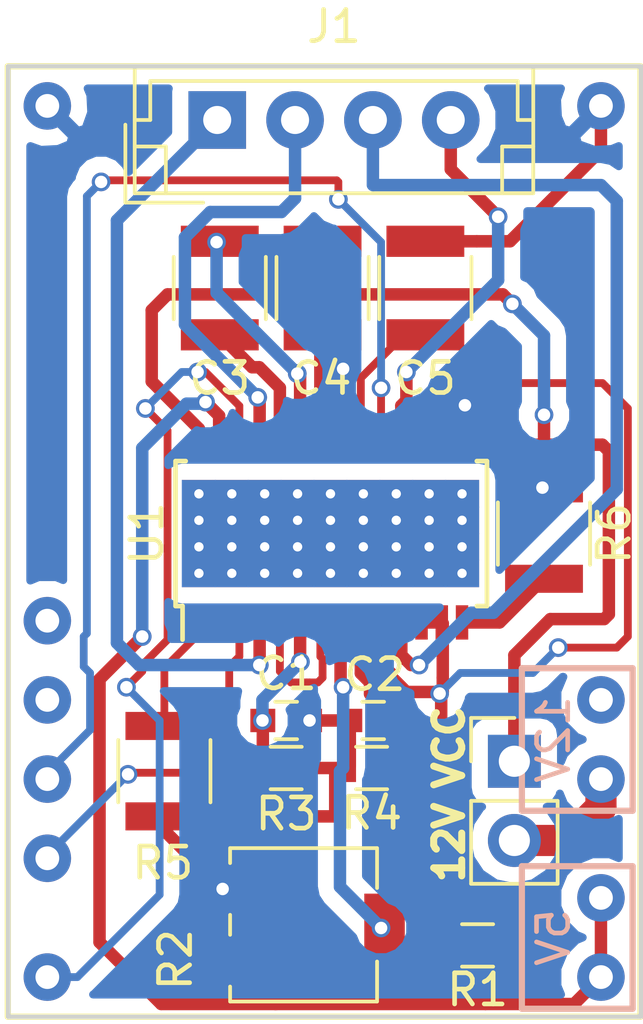
<source format=kicad_pcb>
(kicad_pcb (version 4) (host pcbnew 4.0.6+dfsg1-1)

  (general
    (links 44)
    (no_connects 4)
    (area 185.916499 79.172999 206.386501 109.803001)
    (thickness 1.6)
    (drawings 6)
    (tracks 253)
    (zones 0)
    (modules 15)
    (nets 22)
  )

  (page A4)
  (layers
    (0 F.Cu signal)
    (31 B.Cu signal)
    (32 B.Adhes user)
    (33 F.Adhes user)
    (34 B.Paste user)
    (35 F.Paste user)
    (36 B.SilkS user)
    (37 F.SilkS user)
    (38 B.Mask user)
    (39 F.Mask user)
    (40 Dwgs.User user)
    (41 Cmts.User user)
    (42 Eco1.User user)
    (43 Eco2.User user hide)
    (44 Edge.Cuts user)
    (45 Margin user)
    (46 B.CrtYd user hide)
    (47 F.CrtYd user hide)
    (48 B.Fab user)
    (49 F.Fab user hide)
  )

  (setup
    (last_trace_width 0.4)
    (user_trace_width 0.4)
    (user_trace_width 0.5)
    (user_trace_width 0.75)
    (user_trace_width 1)
    (user_trace_width 1.5)
    (user_trace_width 2)
    (user_trace_width 3)
    (trace_clearance 0.2)
    (zone_clearance 0.508)
    (zone_45_only no)
    (trace_min 0.2)
    (segment_width 0.2)
    (edge_width 0.15)
    (via_size 0.6)
    (via_drill 0.4)
    (via_min_size 0.4)
    (via_min_drill 0.3)
    (uvia_size 0.3)
    (uvia_drill 0.1)
    (uvias_allowed no)
    (uvia_min_size 0.2)
    (uvia_min_drill 0.1)
    (pcb_text_width 0.3)
    (pcb_text_size 1.5 1.5)
    (mod_edge_width 0.15)
    (mod_text_size 1 1)
    (mod_text_width 0.15)
    (pad_size 1.524 1.524)
    (pad_drill 0.762)
    (pad_to_mask_clearance 0.2)
    (aux_axis_origin 0 0)
    (visible_elements FFFFFF7F)
    (pcbplotparams
      (layerselection 0x00030_80000001)
      (usegerberextensions false)
      (excludeedgelayer true)
      (linewidth 0.100000)
      (plotframeref false)
      (viasonmask false)
      (mode 1)
      (useauxorigin false)
      (hpglpennumber 1)
      (hpglpenspeed 20)
      (hpglpendiameter 15)
      (hpglpenoverlay 2)
      (psnegative false)
      (psa4output false)
      (plotreference true)
      (plotvalue true)
      (plotinvisibletext false)
      (padsonsilk false)
      (subtractmaskfromsilk false)
      (outputformat 1)
      (mirror false)
      (drillshape 1)
      (scaleselection 1)
      (outputdirectory ""))
  )

  (net 0 "")
  (net 1 "Net-(C1-Pad1)")
  (net 2 GND)
  (net 3 "Net-(C2-Pad1)")
  (net 4 "Net-(C3-Pad1)")
  (net 5 "Net-(C3-Pad2)")
  (net 6 "Net-(C4-Pad1)")
  (net 7 VCC)
  (net 8 "Net-(C5-Pad1)")
  (net 9 "Net-(J1-Pad1)")
  (net 10 "Net-(J1-Pad2)")
  (net 11 "Net-(J1-Pad3)")
  (net 12 "Net-(J1-Pad4)")
  (net 13 "Net-(J2-Pad2)")
  (net 14 5V)
  (net 15 EN)
  (net 16 DIR)
  (net 17 STEP)
  (net 18 "Net-(R1-Pad1)")
  (net 19 "Net-(R2-Pad2)")
  (net 20 "Net-(R5-Pad2)")
  (net 21 "Net-(R6-Pad2)")

  (net_class Default "This is the default net class."
    (clearance 0.2)
    (trace_width 0.25)
    (via_dia 0.6)
    (via_drill 0.4)
    (uvia_dia 0.3)
    (uvia_drill 0.1)
    (add_net 5V)
    (add_net DIR)
    (add_net EN)
    (add_net GND)
    (add_net "Net-(C1-Pad1)")
    (add_net "Net-(C2-Pad1)")
    (add_net "Net-(C3-Pad1)")
    (add_net "Net-(C3-Pad2)")
    (add_net "Net-(C4-Pad1)")
    (add_net "Net-(C5-Pad1)")
    (add_net "Net-(J1-Pad1)")
    (add_net "Net-(J1-Pad2)")
    (add_net "Net-(J1-Pad3)")
    (add_net "Net-(J1-Pad4)")
    (add_net "Net-(J2-Pad2)")
    (add_net "Net-(R1-Pad1)")
    (add_net "Net-(R2-Pad2)")
    (add_net "Net-(R5-Pad2)")
    (add_net "Net-(R6-Pad2)")
    (add_net STEP)
    (add_net VCC)
  )

  (module Capacitors_SMD:C_0603 (layer F.Cu) (tedit 5A7B3C3D) (tstamp 5A80BAAF)
    (at 194.9196 100.2284)
    (descr "Capacitor SMD 0603, reflow soldering, AVX (see smccp.pdf)")
    (tags "capacitor 0603")
    (path /5A7B3C8F)
    (attr smd)
    (fp_text reference C1 (at 0 -1.5) (layer F.SilkS)
      (effects (font (size 1 1) (thickness 0.15)))
    )
    (fp_text value 220p (at 0 1.5) (layer F.Fab) hide
      (effects (font (size 1 1) (thickness 0.15)))
    )
    (fp_text user %R (at 0 -1.5) (layer F.Fab)
      (effects (font (size 1 1) (thickness 0.15)))
    )
    (fp_line (start -0.8 0.4) (end -0.8 -0.4) (layer F.Fab) (width 0.1))
    (fp_line (start 0.8 0.4) (end -0.8 0.4) (layer F.Fab) (width 0.1))
    (fp_line (start 0.8 -0.4) (end 0.8 0.4) (layer F.Fab) (width 0.1))
    (fp_line (start -0.8 -0.4) (end 0.8 -0.4) (layer F.Fab) (width 0.1))
    (fp_line (start -0.35 -0.6) (end 0.35 -0.6) (layer F.SilkS) (width 0.12))
    (fp_line (start 0.35 0.6) (end -0.35 0.6) (layer F.SilkS) (width 0.12))
    (fp_line (start -1.4 -0.65) (end 1.4 -0.65) (layer F.CrtYd) (width 0.05))
    (fp_line (start -1.4 -0.65) (end -1.4 0.65) (layer F.CrtYd) (width 0.05))
    (fp_line (start 1.4 0.65) (end 1.4 -0.65) (layer F.CrtYd) (width 0.05))
    (fp_line (start 1.4 0.65) (end -1.4 0.65) (layer F.CrtYd) (width 0.05))
    (pad 1 smd rect (at -0.75 0) (size 0.8 0.75) (layers F.Cu F.Paste F.Mask)
      (net 1 "Net-(C1-Pad1)"))
    (pad 2 smd rect (at 0.75 0) (size 0.8 0.75) (layers F.Cu F.Paste F.Mask)
      (net 2 GND))
    (model Capacitors_SMD.3dshapes/C_0603.wrl
      (at (xyz 0 0 0))
      (scale (xyz 1 1 1))
      (rotate (xyz 0 0 0))
    )
  )

  (module Capacitors_SMD:C_0603 (layer F.Cu) (tedit 5A7C6903) (tstamp 5A80BAC0)
    (at 197.7136 100.2284 180)
    (descr "Capacitor SMD 0603, reflow soldering, AVX (see smccp.pdf)")
    (tags "capacitor 0603")
    (path /5A7B3F2E)
    (attr smd)
    (fp_text reference C2 (at -0.0508 1.4732 360) (layer F.SilkS)
      (effects (font (size 1 1) (thickness 0.15)))
    )
    (fp_text value 220p (at 0 1.5 180) (layer F.Fab) hide
      (effects (font (size 1 1) (thickness 0.15)))
    )
    (fp_text user %R (at 0 -1.5 180) (layer F.Fab)
      (effects (font (size 1 1) (thickness 0.15)))
    )
    (fp_line (start -0.8 0.4) (end -0.8 -0.4) (layer F.Fab) (width 0.1))
    (fp_line (start 0.8 0.4) (end -0.8 0.4) (layer F.Fab) (width 0.1))
    (fp_line (start 0.8 -0.4) (end 0.8 0.4) (layer F.Fab) (width 0.1))
    (fp_line (start -0.8 -0.4) (end 0.8 -0.4) (layer F.Fab) (width 0.1))
    (fp_line (start -0.35 -0.6) (end 0.35 -0.6) (layer F.SilkS) (width 0.12))
    (fp_line (start 0.35 0.6) (end -0.35 0.6) (layer F.SilkS) (width 0.12))
    (fp_line (start -1.4 -0.65) (end 1.4 -0.65) (layer F.CrtYd) (width 0.05))
    (fp_line (start -1.4 -0.65) (end -1.4 0.65) (layer F.CrtYd) (width 0.05))
    (fp_line (start 1.4 0.65) (end 1.4 -0.65) (layer F.CrtYd) (width 0.05))
    (fp_line (start 1.4 0.65) (end -1.4 0.65) (layer F.CrtYd) (width 0.05))
    (pad 1 smd rect (at -0.75 0 180) (size 0.8 0.75) (layers F.Cu F.Paste F.Mask)
      (net 3 "Net-(C2-Pad1)"))
    (pad 2 smd rect (at 0.75 0 180) (size 0.8 0.75) (layers F.Cu F.Paste F.Mask)
      (net 2 GND))
    (model Capacitors_SMD.3dshapes/C_0603.wrl
      (at (xyz 0 0 0))
      (scale (xyz 1 1 1))
      (rotate (xyz 0 0 0))
    )
  )

  (module Capacitors_SMD:C_1210 (layer F.Cu) (tedit 5A7C692F) (tstamp 5A80BAD1)
    (at 192.786 86.36 270)
    (descr "Capacitor SMD 1210, reflow soldering, AVX (see smccp.pdf)")
    (tags "capacitor 1210")
    (path /5A7B60F0)
    (attr smd)
    (fp_text reference C3 (at 2.8956 0 360) (layer F.SilkS)
      (effects (font (size 1 1) (thickness 0.15)))
    )
    (fp_text value 220n (at 0 2.5 270) (layer F.Fab) hide
      (effects (font (size 1 1) (thickness 0.15)))
    )
    (fp_text user %R (at 0 -2.25 270) (layer F.Fab)
      (effects (font (size 1 1) (thickness 0.15)))
    )
    (fp_line (start -1.6 1.25) (end -1.6 -1.25) (layer F.Fab) (width 0.1))
    (fp_line (start 1.6 1.25) (end -1.6 1.25) (layer F.Fab) (width 0.1))
    (fp_line (start 1.6 -1.25) (end 1.6 1.25) (layer F.Fab) (width 0.1))
    (fp_line (start -1.6 -1.25) (end 1.6 -1.25) (layer F.Fab) (width 0.1))
    (fp_line (start 1 -1.48) (end -1 -1.48) (layer F.SilkS) (width 0.12))
    (fp_line (start -1 1.48) (end 1 1.48) (layer F.SilkS) (width 0.12))
    (fp_line (start -2.25 -1.5) (end 2.25 -1.5) (layer F.CrtYd) (width 0.05))
    (fp_line (start -2.25 -1.5) (end -2.25 1.5) (layer F.CrtYd) (width 0.05))
    (fp_line (start 2.25 1.5) (end 2.25 -1.5) (layer F.CrtYd) (width 0.05))
    (fp_line (start 2.25 1.5) (end -2.25 1.5) (layer F.CrtYd) (width 0.05))
    (pad 1 smd rect (at -1.5 0 270) (size 1 2.5) (layers F.Cu F.Paste F.Mask)
      (net 4 "Net-(C3-Pad1)"))
    (pad 2 smd rect (at 1.5 0 270) (size 1 2.5) (layers F.Cu F.Paste F.Mask)
      (net 5 "Net-(C3-Pad2)"))
    (model Capacitors_SMD.3dshapes/C_1210.wrl
      (at (xyz 0 0 0))
      (scale (xyz 1 1 1))
      (rotate (xyz 0 0 0))
    )
  )

  (module Capacitors_SMD:C_1210 (layer F.Cu) (tedit 5A7C6929) (tstamp 5A80BAE2)
    (at 196.088 86.36 90)
    (descr "Capacitor SMD 1210, reflow soldering, AVX (see smccp.pdf)")
    (tags "capacitor 1210")
    (path /5A7B5A81)
    (attr smd)
    (fp_text reference C4 (at -2.8956 -0.0508 180) (layer F.SilkS)
      (effects (font (size 1 1) (thickness 0.15)))
    )
    (fp_text value 220n (at 0 2.5 90) (layer F.Fab) hide
      (effects (font (size 1 1) (thickness 0.15)))
    )
    (fp_text user %R (at 0 -2.25 90) (layer F.Fab)
      (effects (font (size 1 1) (thickness 0.15)))
    )
    (fp_line (start -1.6 1.25) (end -1.6 -1.25) (layer F.Fab) (width 0.1))
    (fp_line (start 1.6 1.25) (end -1.6 1.25) (layer F.Fab) (width 0.1))
    (fp_line (start 1.6 -1.25) (end 1.6 1.25) (layer F.Fab) (width 0.1))
    (fp_line (start -1.6 -1.25) (end 1.6 -1.25) (layer F.Fab) (width 0.1))
    (fp_line (start 1 -1.48) (end -1 -1.48) (layer F.SilkS) (width 0.12))
    (fp_line (start -1 1.48) (end 1 1.48) (layer F.SilkS) (width 0.12))
    (fp_line (start -2.25 -1.5) (end 2.25 -1.5) (layer F.CrtYd) (width 0.05))
    (fp_line (start -2.25 -1.5) (end -2.25 1.5) (layer F.CrtYd) (width 0.05))
    (fp_line (start 2.25 1.5) (end 2.25 -1.5) (layer F.CrtYd) (width 0.05))
    (fp_line (start 2.25 1.5) (end -2.25 1.5) (layer F.CrtYd) (width 0.05))
    (pad 1 smd rect (at -1.5 0 90) (size 1 2.5) (layers F.Cu F.Paste F.Mask)
      (net 6 "Net-(C4-Pad1)"))
    (pad 2 smd rect (at 1.5 0 90) (size 1 2.5) (layers F.Cu F.Paste F.Mask)
      (net 7 VCC))
    (model Capacitors_SMD.3dshapes/C_1210.wrl
      (at (xyz 0 0 0))
      (scale (xyz 1 1 1))
      (rotate (xyz 0 0 0))
    )
  )

  (module Capacitors_SMD:C_1210 (layer F.Cu) (tedit 5A7C6935) (tstamp 5A80BAF3)
    (at 199.39 86.36 90)
    (descr "Capacitor SMD 1210, reflow soldering, AVX (see smccp.pdf)")
    (tags "capacitor 1210")
    (path /5A7B5D3D)
    (attr smd)
    (fp_text reference C5 (at -2.8956 0 180) (layer F.SilkS)
      (effects (font (size 1 1) (thickness 0.15)))
    )
    (fp_text value 220n (at 0 2.5 90) (layer F.Fab) hide
      (effects (font (size 1 1) (thickness 0.15)))
    )
    (fp_text user %R (at 0 -2.25 90) (layer F.Fab)
      (effects (font (size 1 1) (thickness 0.15)))
    )
    (fp_line (start -1.6 1.25) (end -1.6 -1.25) (layer F.Fab) (width 0.1))
    (fp_line (start 1.6 1.25) (end -1.6 1.25) (layer F.Fab) (width 0.1))
    (fp_line (start 1.6 -1.25) (end 1.6 1.25) (layer F.Fab) (width 0.1))
    (fp_line (start -1.6 -1.25) (end 1.6 -1.25) (layer F.Fab) (width 0.1))
    (fp_line (start 1 -1.48) (end -1 -1.48) (layer F.SilkS) (width 0.12))
    (fp_line (start -1 1.48) (end 1 1.48) (layer F.SilkS) (width 0.12))
    (fp_line (start -2.25 -1.5) (end 2.25 -1.5) (layer F.CrtYd) (width 0.05))
    (fp_line (start -2.25 -1.5) (end -2.25 1.5) (layer F.CrtYd) (width 0.05))
    (fp_line (start 2.25 1.5) (end 2.25 -1.5) (layer F.CrtYd) (width 0.05))
    (fp_line (start 2.25 1.5) (end -2.25 1.5) (layer F.CrtYd) (width 0.05))
    (pad 1 smd rect (at -1.5 0 90) (size 1 2.5) (layers F.Cu F.Paste F.Mask)
      (net 8 "Net-(C5-Pad1)"))
    (pad 2 smd rect (at 1.5 0 90) (size 1 2.5) (layers F.Cu F.Paste F.Mask)
      (net 2 GND))
    (model Capacitors_SMD.3dshapes/C_1210.wrl
      (at (xyz 0 0 0))
      (scale (xyz 1 1 1))
      (rotate (xyz 0 0 0))
    )
  )

  (module Connectors_JST:JST_EH_B04B-EH-A_04x2.50mm_Straight (layer F.Cu) (tedit 5A7B3BC5) (tstamp 5A80BB15)
    (at 192.70472 80.97012)
    (descr "JST EH series connector, B04B-EH-A, 2.50mm pitch, top entry")
    (tags "connector jst eh top vertical straight")
    (path /5A7B55AC)
    (fp_text reference J1 (at 3.75 -3) (layer F.SilkS)
      (effects (font (size 1 1) (thickness 0.15)))
    )
    (fp_text value CONN_01X04 (at 3.75 3.5) (layer F.Fab) hide
      (effects (font (size 1 1) (thickness 0.15)))
    )
    (fp_text user %R (at 3.75 -3) (layer F.Fab)
      (effects (font (size 1 1) (thickness 0.15)))
    )
    (fp_line (start -2.5 -1.6) (end -2.5 2.2) (layer F.Fab) (width 0.1))
    (fp_line (start -2.5 2.2) (end 10 2.2) (layer F.Fab) (width 0.1))
    (fp_line (start 10 2.2) (end 10 -1.6) (layer F.Fab) (width 0.1))
    (fp_line (start 10 -1.6) (end -2.5 -1.6) (layer F.Fab) (width 0.1))
    (fp_line (start -2.65 -1.75) (end -2.65 2.35) (layer F.SilkS) (width 0.12))
    (fp_line (start -2.65 2.35) (end 10.15 2.35) (layer F.SilkS) (width 0.12))
    (fp_line (start 10.15 2.35) (end 10.15 -1.75) (layer F.SilkS) (width 0.12))
    (fp_line (start 10.15 -1.75) (end -2.65 -1.75) (layer F.SilkS) (width 0.12))
    (fp_line (start -2.65 0) (end -2.15 0) (layer F.SilkS) (width 0.12))
    (fp_line (start -2.15 0) (end -2.15 -1.25) (layer F.SilkS) (width 0.12))
    (fp_line (start -2.15 -1.25) (end 9.65 -1.25) (layer F.SilkS) (width 0.12))
    (fp_line (start 9.65 -1.25) (end 9.65 0) (layer F.SilkS) (width 0.12))
    (fp_line (start 9.65 0) (end 10.15 0) (layer F.SilkS) (width 0.12))
    (fp_line (start -2.65 0.85) (end -1.65 0.85) (layer F.SilkS) (width 0.12))
    (fp_line (start -1.65 0.85) (end -1.65 2.35) (layer F.SilkS) (width 0.12))
    (fp_line (start 10.15 0.85) (end 9.15 0.85) (layer F.SilkS) (width 0.12))
    (fp_line (start 9.15 0.85) (end 9.15 2.35) (layer F.SilkS) (width 0.12))
    (fp_line (start -2.95 0.15) (end -2.95 2.65) (layer F.SilkS) (width 0.12))
    (fp_line (start -2.95 2.65) (end -0.45 2.65) (layer F.SilkS) (width 0.12))
    (fp_line (start -2.95 0.15) (end -2.95 2.65) (layer F.Fab) (width 0.1))
    (fp_line (start -2.95 2.65) (end -0.45 2.65) (layer F.Fab) (width 0.1))
    (fp_line (start -3.15 -2.25) (end -3.15 2.85) (layer F.CrtYd) (width 0.05))
    (fp_line (start -3.15 2.85) (end 10.65 2.85) (layer F.CrtYd) (width 0.05))
    (fp_line (start 10.65 2.85) (end 10.65 -2.25) (layer F.CrtYd) (width 0.05))
    (fp_line (start 10.65 -2.25) (end -3.15 -2.25) (layer F.CrtYd) (width 0.05))
    (pad 1 thru_hole rect (at 0 0) (size 1.85 1.85) (drill 0.9) (layers *.Cu *.Mask)
      (net 9 "Net-(J1-Pad1)"))
    (pad 2 thru_hole circle (at 2.5 0) (size 1.85 1.85) (drill 0.9) (layers *.Cu *.Mask)
      (net 10 "Net-(J1-Pad2)"))
    (pad 3 thru_hole circle (at 5 0) (size 1.85 1.85) (drill 0.9) (layers *.Cu *.Mask)
      (net 11 "Net-(J1-Pad3)"))
    (pad 4 thru_hole circle (at 7.5 0) (size 1.85 1.85) (drill 0.9) (layers *.Cu *.Mask)
      (net 12 "Net-(J1-Pad4)"))
    (model Connectors_JST.3dshapes/JST_EH_B04B-EH-A_04x2.50mm_Straight.wrl
      (at (xyz 0 0 0))
      (scale (xyz 1 1 1))
      (rotate (xyz 0 0 0))
    )
  )

  (module Pin_Headers:Pin_Header_Straight_1x02_Pitch2.54mm (layer F.Cu) (tedit 5A7C694A) (tstamp 5A80BB29)
    (at 202.2475 101.5365)
    (descr "Through hole straight pin header, 1x02, 2.54mm pitch, single row")
    (tags "Through hole pin header THT 1x02 2.54mm single row")
    (path /5A7BA2CF)
    (fp_text reference J2 (at 0 -2.39) (layer F.SilkS) hide
      (effects (font (size 1 1) (thickness 0.15)))
    )
    (fp_text value CONN_01X02 (at 0 4.93) (layer F.Fab) hide
      (effects (font (size 1 1) (thickness 0.15)))
    )
    (fp_line (start -1.27 -1.27) (end -1.27 3.81) (layer F.Fab) (width 0.1))
    (fp_line (start -1.27 3.81) (end 1.27 3.81) (layer F.Fab) (width 0.1))
    (fp_line (start 1.27 3.81) (end 1.27 -1.27) (layer F.Fab) (width 0.1))
    (fp_line (start 1.27 -1.27) (end -1.27 -1.27) (layer F.Fab) (width 0.1))
    (fp_line (start -1.39 1.27) (end -1.39 3.93) (layer F.SilkS) (width 0.12))
    (fp_line (start -1.39 3.93) (end 1.39 3.93) (layer F.SilkS) (width 0.12))
    (fp_line (start 1.39 3.93) (end 1.39 1.27) (layer F.SilkS) (width 0.12))
    (fp_line (start 1.39 1.27) (end -1.39 1.27) (layer F.SilkS) (width 0.12))
    (fp_line (start -1.39 0) (end -1.39 -1.39) (layer F.SilkS) (width 0.12))
    (fp_line (start -1.39 -1.39) (end 0 -1.39) (layer F.SilkS) (width 0.12))
    (fp_line (start -1.6 -1.6) (end -1.6 4.1) (layer F.CrtYd) (width 0.05))
    (fp_line (start -1.6 4.1) (end 1.6 4.1) (layer F.CrtYd) (width 0.05))
    (fp_line (start 1.6 4.1) (end 1.6 -1.6) (layer F.CrtYd) (width 0.05))
    (fp_line (start 1.6 -1.6) (end -1.6 -1.6) (layer F.CrtYd) (width 0.05))
    (pad 1 thru_hole rect (at 0 0) (size 1.7 1.7) (drill 1) (layers *.Cu *.Mask)
      (net 7 VCC))
    (pad 2 thru_hole oval (at 0 2.54) (size 1.7 1.7) (drill 1) (layers *.Cu *.Mask)
      (net 13 "Net-(J2-Pad2)"))
    (model Pin_Headers.3dshapes/Pin_Header_Straight_1x02_Pitch2.54mm.wrl
      (at (xyz 0 -0.05 0))
      (scale (xyz 1 1 1))
      (rotate (xyz 0 0 90))
    )
  )

  (module Aktuator_Module:Aktuator_Module (layer F.Cu) (tedit 5A7B3B90) (tstamp 5A80BB49)
    (at 185.9788 109.728)
    (path /5A7B9AA5)
    (fp_text reference M1 (at 10.795 -1.27) (layer F.SilkS) hide
      (effects (font (size 1 1) (thickness 0.15)))
    )
    (fp_text value Aktuator_Module (at 10.16 -17.78) (layer F.Fab) hide
      (effects (font (size 1 1) (thickness 0.15)))
    )
    (fp_line (start 16.51 -4.826) (end 20.066 -4.826) (layer B.SilkS) (width 0.2))
    (fp_line (start 20.066 -4.826) (end 20.066 -0.254) (layer B.SilkS) (width 0.2))
    (fp_line (start 20.066 -0.254) (end 16.51 -0.254) (layer B.SilkS) (width 0.2))
    (fp_line (start 16.51 -0.254) (end 16.51 -4.826) (layer B.SilkS) (width 0.2))
    (fp_line (start 16.51 -6.604) (end 20.066 -6.604) (layer B.SilkS) (width 0.2))
    (fp_line (start 20.066 -6.604) (end 20.066 -11.176) (layer B.SilkS) (width 0.2))
    (fp_line (start 20.066 -11.176) (end 16.51 -11.176) (layer B.SilkS) (width 0.2))
    (fp_line (start 16.51 -11.176) (end 16.51 -6.604) (layer B.SilkS) (width 0.2))
    (fp_text user 5V (at 17.526 -2.54 90) (layer B.SilkS)
      (effects (font (size 1 1) (thickness 0.15)) (justify mirror))
    )
    (fp_text user S (at 2.794 -1.27) (layer B.SilkS) hide
      (effects (font (size 1 1) (thickness 0.15)) (justify mirror))
    )
    (fp_text user G (at 2.794 -29.21) (layer B.SilkS) hide
      (effects (font (size 1 1) (thickness 0.15)) (justify mirror))
    )
    (fp_text user G (at 17.526 -29.21) (layer B.SilkS) hide
      (effects (font (size 1 1) (thickness 0.15)) (justify mirror))
    )
    (fp_text user 12V (at 17.526 -8.89 90) (layer B.SilkS)
      (effects (font (size 1 1) (thickness 0.15)) (justify mirror))
    )
    (fp_line (start 0 0) (end 20.32 0) (layer F.SilkS) (width 0.2))
    (fp_line (start 20.32 0) (end 20.32 -30.48) (layer F.SilkS) (width 0.2))
    (fp_line (start 20.32 -30.48) (end 0 -30.48) (layer F.SilkS) (width 0.2))
    (fp_line (start 0 -30.48) (end 0 0) (layer F.SilkS) (width 0.2))
    (pad 1 thru_hole circle (at 19.05 -1.27) (size 1.524 1.524) (drill 0.762) (layers *.Cu *.Mask)
      (net 14 5V))
    (pad 1 thru_hole circle (at 19.05 -3.81) (size 1.524 1.524) (drill 0.762) (layers *.Cu *.Mask)
      (net 14 5V))
    (pad 2 thru_hole circle (at 19.05 -7.62) (size 1.524 1.524) (drill 0.762) (layers *.Cu *.Mask)
      (net 13 "Net-(J2-Pad2)"))
    (pad 2 thru_hole circle (at 19.05 -10.16) (size 1.524 1.524) (drill 0.762) (layers *.Cu *.Mask)
      (net 13 "Net-(J2-Pad2)"))
    (pad 3 thru_hole circle (at 1.27 -1.27) (size 1.524 1.524) (drill 0.762) (layers *.Cu *.Mask)
      (net 15 EN))
    (pad 4 thru_hole circle (at 1.27 -29.21) (size 1.524 1.524) (drill 0.762) (layers *.Cu *.Mask)
      (net 2 GND))
    (pad 4 thru_hole circle (at 19.05 -29.21) (size 1.524 1.524) (drill 0.762) (layers *.Cu *.Mask)
      (net 2 GND))
    (pad 6 thru_hole circle (at 1.27 -5.08) (size 1.524 1.524) (drill 0.762) (layers *.Cu *.Mask)
      (net 16 DIR))
    (pad 7 thru_hole circle (at 1.27 -7.62) (size 1.524 1.524) (drill 0.762) (layers *.Cu *.Mask)
      (net 17 STEP))
    (pad 8 thru_hole circle (at 1.27 -10.16) (size 1.524 1.524) (drill 0.762) (layers *.Cu *.Mask))
    (pad 9 thru_hole circle (at 1.27 -12.7) (size 1.524 1.524) (drill 0.762) (layers *.Cu *.Mask))
  )

  (module Resistors_SMD:R_0603 (layer F.Cu) (tedit 5A7C691E) (tstamp 5A80BB5A)
    (at 201.0664 107.442)
    (descr "Resistor SMD 0603, reflow soldering, Vishay (see dcrcw.pdf)")
    (tags "resistor 0603")
    (path /5A7B4A6E)
    (attr smd)
    (fp_text reference R1 (at 0 1.4224) (layer F.SilkS)
      (effects (font (size 1 1) (thickness 0.15)))
    )
    (fp_text value 3K9 (at 0 1.5) (layer F.Fab) hide
      (effects (font (size 1 1) (thickness 0.15)))
    )
    (fp_text user %R (at 0 -1.45) (layer F.Fab)
      (effects (font (size 1 1) (thickness 0.15)))
    )
    (fp_line (start -0.8 0.4) (end -0.8 -0.4) (layer F.Fab) (width 0.1))
    (fp_line (start 0.8 0.4) (end -0.8 0.4) (layer F.Fab) (width 0.1))
    (fp_line (start 0.8 -0.4) (end 0.8 0.4) (layer F.Fab) (width 0.1))
    (fp_line (start -0.8 -0.4) (end 0.8 -0.4) (layer F.Fab) (width 0.1))
    (fp_line (start 0.5 0.68) (end -0.5 0.68) (layer F.SilkS) (width 0.12))
    (fp_line (start -0.5 -0.68) (end 0.5 -0.68) (layer F.SilkS) (width 0.12))
    (fp_line (start -1.25 -0.7) (end 1.25 -0.7) (layer F.CrtYd) (width 0.05))
    (fp_line (start -1.25 -0.7) (end -1.25 0.7) (layer F.CrtYd) (width 0.05))
    (fp_line (start 1.25 0.7) (end 1.25 -0.7) (layer F.CrtYd) (width 0.05))
    (fp_line (start 1.25 0.7) (end -1.25 0.7) (layer F.CrtYd) (width 0.05))
    (pad 1 smd rect (at -0.75 0) (size 0.5 0.9) (layers F.Cu F.Paste F.Mask)
      (net 18 "Net-(R1-Pad1)"))
    (pad 2 smd rect (at 0.75 0) (size 0.5 0.9) (layers F.Cu F.Paste F.Mask)
      (net 14 5V))
    (model Resistors_SMD.3dshapes/R_0603.wrl
      (at (xyz 0 0 0))
      (scale (xyz 1 1 1))
      (rotate (xyz 0 0 0))
    )
  )

  (module Potentiometers:Potentiometer_Trimmer_Bourns_3214G (layer F.Cu) (tedit 5A7C6919) (tstamp 5A80BB78)
    (at 195.4784 106.7816 180)
    (descr "Spindle Trimmer Potentiometer, Bourns 3214G, https://www.bourns.com/pdfs/3214.pdf")
    (tags "Spindle Trimmer Potentiometer   Bourns 3214G")
    (path /5A7B4A1D)
    (attr smd)
    (fp_text reference R2 (at 4.1148 -1.1176 270) (layer F.SilkS)
      (effects (font (size 1 1) (thickness 0.15)))
    )
    (fp_text value TRIMPOTSMD (at 0 3.65 180) (layer F.Fab) hide
      (effects (font (size 1 1) (thickness 0.15)))
    )
    (fp_line (start -2.3 -2.4) (end -2.3 2.4) (layer F.Fab) (width 0.1))
    (fp_line (start -2.3 2.4) (end 2.3 2.4) (layer F.Fab) (width 0.1))
    (fp_line (start 2.3 2.4) (end 2.3 -2.4) (layer F.Fab) (width 0.1))
    (fp_line (start 2.3 -2.4) (end -2.3 -2.4) (layer F.Fab) (width 0.1))
    (fp_line (start -2.3 -2.02) (end -2.3 -0.24) (layer F.Fab) (width 0.1))
    (fp_line (start -2.3 -0.24) (end -2.3 -0.24) (layer F.Fab) (width 0.1))
    (fp_line (start -2.3 -0.24) (end -2.3 -2.02) (layer F.Fab) (width 0.1))
    (fp_line (start -2.3 -2.02) (end -2.3 -2.02) (layer F.Fab) (width 0.1))
    (fp_line (start -2.3 -1.13) (end -2.3 -1.13) (layer F.Fab) (width 0.1))
    (fp_line (start -2.36 -2.46) (end 2.36 -2.46) (layer F.SilkS) (width 0.12))
    (fp_line (start -2.36 2.46) (end 2.36 2.46) (layer F.SilkS) (width 0.12))
    (fp_line (start -2.36 -2.46) (end -2.36 -1.18) (layer F.SilkS) (width 0.12))
    (fp_line (start -2.36 1.18) (end -2.36 2.46) (layer F.SilkS) (width 0.12))
    (fp_line (start 2.36 -2.46) (end 2.36 -1.98) (layer F.SilkS) (width 0.12))
    (fp_line (start 2.36 -0.32) (end 2.36 0.32) (layer F.SilkS) (width 0.12))
    (fp_line (start 2.36 1.98) (end 2.36 2.46) (layer F.SilkS) (width 0.12))
    (fp_line (start -2.36 -2.08) (end -2.36 -2.08) (layer F.SilkS) (width 0.12))
    (fp_line (start -2.36 -2.08) (end -2.36 -1.18) (layer F.SilkS) (width 0.12))
    (fp_line (start -2.36 -2.08) (end -2.36 -1.18) (layer F.SilkS) (width 0.12))
    (fp_line (start -3.53 -2.65) (end -3.53 2.65) (layer F.CrtYd) (width 0.05))
    (fp_line (start -3.53 2.65) (end 3.52 2.65) (layer F.CrtYd) (width 0.05))
    (fp_line (start 3.52 2.65) (end 3.52 -2.65) (layer F.CrtYd) (width 0.05))
    (fp_line (start 3.52 -2.65) (end -3.53 -2.65) (layer F.CrtYd) (width 0.05))
    (pad 1 smd rect (at 2.6 -1.15 180) (size 1.3 1.3) (layers F.Cu F.Mask)
      (net 18 "Net-(R1-Pad1)"))
    (pad 2 smd rect (at -2.6 0 180) (size 1.3 2) (layers F.Cu F.Mask)
      (net 19 "Net-(R2-Pad2)"))
    (pad 3 smd rect (at 2.6 1.15 180) (size 1.3 1.3) (layers F.Cu F.Mask)
      (net 2 GND))
    (model Potentiometers.3dshapes/Potentiometer_Trimmer_Bourns_3214G.wrl
      (at (xyz 0.03 0 0))
      (scale (xyz 0.39 0.39 0.39))
      (rotate (xyz 0 0 0))
    )
  )

  (module Resistors_SMD:R_0603 (layer F.Cu) (tedit 5A7C690A) (tstamp 5A80BB89)
    (at 194.9196 101.7524)
    (descr "Resistor SMD 0603, reflow soldering, Vishay (see dcrcw.pdf)")
    (tags "resistor 0603")
    (path /5A7B3D13)
    (attr smd)
    (fp_text reference R3 (at 0 1.4732) (layer F.SilkS)
      (effects (font (size 1 1) (thickness 0.15)))
    )
    (fp_text value 220k (at 0 1.5) (layer F.Fab) hide
      (effects (font (size 1 1) (thickness 0.15)))
    )
    (fp_text user %R (at 0 -1.45) (layer F.Fab)
      (effects (font (size 1 1) (thickness 0.15)))
    )
    (fp_line (start -0.8 0.4) (end -0.8 -0.4) (layer F.Fab) (width 0.1))
    (fp_line (start 0.8 0.4) (end -0.8 0.4) (layer F.Fab) (width 0.1))
    (fp_line (start 0.8 -0.4) (end 0.8 0.4) (layer F.Fab) (width 0.1))
    (fp_line (start -0.8 -0.4) (end 0.8 -0.4) (layer F.Fab) (width 0.1))
    (fp_line (start 0.5 0.68) (end -0.5 0.68) (layer F.SilkS) (width 0.12))
    (fp_line (start -0.5 -0.68) (end 0.5 -0.68) (layer F.SilkS) (width 0.12))
    (fp_line (start -1.25 -0.7) (end 1.25 -0.7) (layer F.CrtYd) (width 0.05))
    (fp_line (start -1.25 -0.7) (end -1.25 0.7) (layer F.CrtYd) (width 0.05))
    (fp_line (start 1.25 0.7) (end 1.25 -0.7) (layer F.CrtYd) (width 0.05))
    (fp_line (start 1.25 0.7) (end -1.25 0.7) (layer F.CrtYd) (width 0.05))
    (pad 1 smd rect (at -0.75 0) (size 0.5 0.9) (layers F.Cu F.Paste F.Mask)
      (net 1 "Net-(C1-Pad1)"))
    (pad 2 smd rect (at 0.75 0) (size 0.5 0.9) (layers F.Cu F.Paste F.Mask)
      (net 2 GND))
    (model Resistors_SMD.3dshapes/R_0603.wrl
      (at (xyz 0 0 0))
      (scale (xyz 1 1 1))
      (rotate (xyz 0 0 0))
    )
  )

  (module Resistors_SMD:R_0603 (layer F.Cu) (tedit 5A7B3C9E) (tstamp 5A80BB9A)
    (at 197.6628 101.7524 180)
    (descr "Resistor SMD 0603, reflow soldering, Vishay (see dcrcw.pdf)")
    (tags "resistor 0603")
    (path /5A7B3F6D)
    (attr smd)
    (fp_text reference R4 (at 0 -1.45 180) (layer F.SilkS)
      (effects (font (size 1 1) (thickness 0.15)))
    )
    (fp_text value 220k (at 0 1.5 180) (layer F.Fab) hide
      (effects (font (size 1 1) (thickness 0.15)))
    )
    (fp_text user %R (at 0 -1.45 180) (layer F.Fab)
      (effects (font (size 1 1) (thickness 0.15)))
    )
    (fp_line (start -0.8 0.4) (end -0.8 -0.4) (layer F.Fab) (width 0.1))
    (fp_line (start 0.8 0.4) (end -0.8 0.4) (layer F.Fab) (width 0.1))
    (fp_line (start 0.8 -0.4) (end 0.8 0.4) (layer F.Fab) (width 0.1))
    (fp_line (start -0.8 -0.4) (end 0.8 -0.4) (layer F.Fab) (width 0.1))
    (fp_line (start 0.5 0.68) (end -0.5 0.68) (layer F.SilkS) (width 0.12))
    (fp_line (start -0.5 -0.68) (end 0.5 -0.68) (layer F.SilkS) (width 0.12))
    (fp_line (start -1.25 -0.7) (end 1.25 -0.7) (layer F.CrtYd) (width 0.05))
    (fp_line (start -1.25 -0.7) (end -1.25 0.7) (layer F.CrtYd) (width 0.05))
    (fp_line (start 1.25 0.7) (end 1.25 -0.7) (layer F.CrtYd) (width 0.05))
    (fp_line (start 1.25 0.7) (end -1.25 0.7) (layer F.CrtYd) (width 0.05))
    (pad 1 smd rect (at -0.75 0 180) (size 0.5 0.9) (layers F.Cu F.Paste F.Mask)
      (net 3 "Net-(C2-Pad1)"))
    (pad 2 smd rect (at 0.75 0 180) (size 0.5 0.9) (layers F.Cu F.Paste F.Mask)
      (net 2 GND))
    (model Resistors_SMD.3dshapes/R_0603.wrl
      (at (xyz 0 0 0))
      (scale (xyz 1 1 1))
      (rotate (xyz 0 0 0))
    )
  )

  (module Resistors_SMD:R_1210 (layer F.Cu) (tedit 5A7C6912) (tstamp 5A80BBAB)
    (at 191.008 101.854 90)
    (descr "Resistor SMD 1210, reflow soldering, Vishay (see dcrcw.pdf)")
    (tags "resistor 1210")
    (path /5A7B38F7)
    (attr smd)
    (fp_text reference R5 (at -2.9464 -0.0508 180) (layer F.SilkS)
      (effects (font (size 1 1) (thickness 0.15)))
    )
    (fp_text value 0r22 (at 0 2.4 90) (layer F.Fab) hide
      (effects (font (size 1 1) (thickness 0.15)))
    )
    (fp_text user %R (at 0 -2.25 90) (layer F.Fab)
      (effects (font (size 1 1) (thickness 0.15)))
    )
    (fp_line (start -1.6 1.25) (end -1.6 -1.25) (layer F.Fab) (width 0.1))
    (fp_line (start 1.6 1.25) (end -1.6 1.25) (layer F.Fab) (width 0.1))
    (fp_line (start 1.6 -1.25) (end 1.6 1.25) (layer F.Fab) (width 0.1))
    (fp_line (start -1.6 -1.25) (end 1.6 -1.25) (layer F.Fab) (width 0.1))
    (fp_line (start 1 1.48) (end -1 1.48) (layer F.SilkS) (width 0.12))
    (fp_line (start -1 -1.48) (end 1 -1.48) (layer F.SilkS) (width 0.12))
    (fp_line (start -2.15 -1.5) (end 2.15 -1.5) (layer F.CrtYd) (width 0.05))
    (fp_line (start -2.15 -1.5) (end -2.15 1.5) (layer F.CrtYd) (width 0.05))
    (fp_line (start 2.15 1.5) (end 2.15 -1.5) (layer F.CrtYd) (width 0.05))
    (fp_line (start 2.15 1.5) (end -2.15 1.5) (layer F.CrtYd) (width 0.05))
    (pad 1 smd rect (at -1.45 0 90) (size 0.9 2.5) (layers F.Cu F.Paste F.Mask)
      (net 2 GND))
    (pad 2 smd rect (at 1.45 0 90) (size 0.9 2.5) (layers F.Cu F.Paste F.Mask)
      (net 20 "Net-(R5-Pad2)"))
    (model Resistors_SMD.3dshapes/R_1210.wrl
      (at (xyz 0 0 0))
      (scale (xyz 1 1 1))
      (rotate (xyz 0 0 0))
    )
  )

  (module Resistors_SMD:R_1210 (layer F.Cu) (tedit 5A7B3CC0) (tstamp 5A80BBBC)
    (at 203.2 94.234 270)
    (descr "Resistor SMD 1210, reflow soldering, Vishay (see dcrcw.pdf)")
    (tags "resistor 1210")
    (path /5A7B3AAC)
    (attr smd)
    (fp_text reference R6 (at 0 -2.25 270) (layer F.SilkS)
      (effects (font (size 1 1) (thickness 0.15)))
    )
    (fp_text value 0r22 (at 0 2.4 270) (layer F.Fab) hide
      (effects (font (size 1 1) (thickness 0.15)))
    )
    (fp_text user %R (at 0 -2.25 270) (layer F.Fab)
      (effects (font (size 1 1) (thickness 0.15)))
    )
    (fp_line (start -1.6 1.25) (end -1.6 -1.25) (layer F.Fab) (width 0.1))
    (fp_line (start 1.6 1.25) (end -1.6 1.25) (layer F.Fab) (width 0.1))
    (fp_line (start 1.6 -1.25) (end 1.6 1.25) (layer F.Fab) (width 0.1))
    (fp_line (start -1.6 -1.25) (end 1.6 -1.25) (layer F.Fab) (width 0.1))
    (fp_line (start 1 1.48) (end -1 1.48) (layer F.SilkS) (width 0.12))
    (fp_line (start -1 -1.48) (end 1 -1.48) (layer F.SilkS) (width 0.12))
    (fp_line (start -2.15 -1.5) (end 2.15 -1.5) (layer F.CrtYd) (width 0.05))
    (fp_line (start -2.15 -1.5) (end -2.15 1.5) (layer F.CrtYd) (width 0.05))
    (fp_line (start 2.15 1.5) (end 2.15 -1.5) (layer F.CrtYd) (width 0.05))
    (fp_line (start 2.15 1.5) (end -2.15 1.5) (layer F.CrtYd) (width 0.05))
    (pad 1 smd rect (at -1.45 0 270) (size 0.9 2.5) (layers F.Cu F.Paste F.Mask)
      (net 2 GND))
    (pad 2 smd rect (at 1.45 0 270) (size 0.9 2.5) (layers F.Cu F.Paste F.Mask)
      (net 21 "Net-(R6-Pad2)"))
    (model Resistors_SMD.3dshapes/R_1210.wrl
      (at (xyz 0 0 0))
      (scale (xyz 1 1 1))
      (rotate (xyz 0 0 0))
    )
  )

  (module Housings_SSOP:HTSSOP-28_4.4x9.7mm_Pitch0.65mm_ThermalPad (layer F.Cu) (tedit 5A7B3BC8) (tstamp 5A80BC10)
    (at 196.342 94.234 90)
    (descr "HTSSOP28: plastic thin shrink small outline package; 28 leads; body width 4.4 mm; thermal pad")
    (tags "TSSOP HTSSOP 0.65 thermal pad")
    (path /5A7B339D)
    (attr smd)
    (fp_text reference U1 (at 0 -5.9 90) (layer F.SilkS)
      (effects (font (size 1 1) (thickness 0.15)))
    )
    (fp_text value DRV8811 (at 0 5.9 90) (layer F.Fab) hide
      (effects (font (size 1 1) (thickness 0.15)))
    )
    (fp_line (start -1.2 -4.85) (end 2.2 -4.85) (layer F.Fab) (width 0.15))
    (fp_line (start 2.2 -4.85) (end 2.2 4.85) (layer F.Fab) (width 0.15))
    (fp_line (start 2.2 4.9008) (end -2.2 4.9008) (layer F.Fab) (width 0.15))
    (fp_line (start -2.2 4.85) (end -2.2 -3.85) (layer F.Fab) (width 0.15))
    (fp_line (start -2.2 -3.85) (end -1.2 -4.85) (layer F.Fab) (width 0.15))
    (fp_line (start -3.65 -5.15) (end -3.65 5.15) (layer F.CrtYd) (width 0.05))
    (fp_line (start 3.65 -5.15) (end 3.65 5.15) (layer F.CrtYd) (width 0.05))
    (fp_line (start -3.65 -5.15) (end 3.65 -5.15) (layer F.CrtYd) (width 0.05))
    (fp_line (start -3.65 5.15) (end 3.65 5.15) (layer F.CrtYd) (width 0.05))
    (fp_line (start -2.325 -4.975) (end -2.325 -4.75) (layer F.SilkS) (width 0.15))
    (fp_line (start 2.325 -4.975) (end 2.325 -4.65) (layer F.SilkS) (width 0.15))
    (fp_line (start 2.325 5.0258) (end 2.325 4.7008) (layer F.SilkS) (width 0.15))
    (fp_line (start -2.325 5.0258) (end -2.325 4.7008) (layer F.SilkS) (width 0.15))
    (fp_line (start -2.325 -4.975) (end 2.325 -4.975) (layer F.SilkS) (width 0.15))
    (fp_line (start -2.325 5.0258) (end 2.325 5.0258) (layer F.SilkS) (width 0.15))
    (fp_line (start -2.325 -4.75) (end -3.4 -4.75) (layer F.SilkS) (width 0.15))
    (pad 29 thru_hole rect (at -1.275 4.225 90) (size 0.89 1.1) (drill 0.3) (layers *.Cu *.Mask))
    (pad 29 thru_hole rect (at -0.425 4.225 90) (size 0.89 1.1) (drill 0.3) (layers *.Cu *.Mask))
    (pad 29 thru_hole rect (at 1.275 4.225 90) (size 0.89 1.1) (drill 0.3) (layers *.Cu *.Mask))
    (pad 29 thru_hole rect (at 0.425 4.225 90) (size 0.89 1.1) (drill 0.3) (layers *.Cu *.Mask))
    (pad 29 thru_hole rect (at 0.425 3.16875 90) (size 0.89 1.1) (drill 0.3) (layers *.Cu *.Mask))
    (pad 29 thru_hole rect (at 1.275 3.16875 90) (size 0.89 1.1) (drill 0.3) (layers *.Cu *.Mask))
    (pad 29 thru_hole rect (at -0.425 3.16875 90) (size 0.89 1.1) (drill 0.3) (layers *.Cu *.Mask))
    (pad 29 thru_hole rect (at -1.275 3.16875 90) (size 0.89 1.1) (drill 0.3) (layers *.Cu *.Mask))
    (pad 29 thru_hole rect (at -1.275 2.1125 90) (size 0.89 1.1) (drill 0.3) (layers *.Cu *.Mask))
    (pad 29 thru_hole rect (at -0.425 2.1125 90) (size 0.89 1.1) (drill 0.3) (layers *.Cu *.Mask))
    (pad 29 thru_hole rect (at 1.275 2.1125 90) (size 0.89 1.1) (drill 0.3) (layers *.Cu *.Mask))
    (pad 29 thru_hole rect (at 0.425 2.1125 90) (size 0.89 1.1) (drill 0.3) (layers *.Cu *.Mask))
    (pad 29 thru_hole rect (at 0.425 1.05625 90) (size 0.89 1.1) (drill 0.3) (layers *.Cu *.Mask))
    (pad 29 thru_hole rect (at 1.275 1.05625 90) (size 0.89 1.1) (drill 0.3) (layers *.Cu *.Mask))
    (pad 29 thru_hole rect (at -0.425 1.05625 90) (size 0.89 1.1) (drill 0.3) (layers *.Cu *.Mask))
    (pad 29 thru_hole rect (at -1.275 1.05625 90) (size 0.89 1.1) (drill 0.3) (layers *.Cu *.Mask))
    (pad 29 thru_hole rect (at -1.275 0 90) (size 0.89 1.1) (drill 0.3) (layers *.Cu *.Mask))
    (pad 29 thru_hole rect (at -0.425 0 90) (size 0.89 1.1) (drill 0.3) (layers *.Cu *.Mask))
    (pad 29 thru_hole rect (at 1.275 0 90) (size 0.89 1.1) (drill 0.3) (layers *.Cu *.Mask))
    (pad 29 thru_hole rect (at 0.425 0 90) (size 0.89 1.1) (drill 0.3) (layers *.Cu *.Mask))
    (pad 29 thru_hole rect (at 0.425 -1.05625 90) (size 0.89 1.1) (drill 0.3) (layers *.Cu *.Mask))
    (pad 29 thru_hole rect (at 1.275 -1.05625 90) (size 0.89 1.1) (drill 0.3) (layers *.Cu *.Mask))
    (pad 29 thru_hole rect (at -0.425 -1.05625 90) (size 0.89 1.1) (drill 0.3) (layers *.Cu *.Mask))
    (pad 29 thru_hole rect (at -1.275 -1.05625 90) (size 0.89 1.1) (drill 0.3) (layers *.Cu *.Mask))
    (pad 29 thru_hole rect (at -1.275 -2.1125 90) (size 0.89 1.1) (drill 0.3) (layers *.Cu *.Mask))
    (pad 29 thru_hole rect (at -0.425 -2.1125 90) (size 0.89 1.1) (drill 0.3) (layers *.Cu *.Mask))
    (pad 29 thru_hole rect (at 1.275 -2.1125 90) (size 0.89 1.1) (drill 0.3) (layers *.Cu *.Mask))
    (pad 29 thru_hole rect (at 0.425 -2.1125 90) (size 0.89 1.1) (drill 0.3) (layers *.Cu *.Mask))
    (pad 29 thru_hole rect (at 0.425 -3.16875 90) (size 0.89 1.1) (drill 0.3) (layers *.Cu *.Mask))
    (pad 29 thru_hole rect (at 1.275 -3.16875 90) (size 0.89 1.1) (drill 0.3) (layers *.Cu *.Mask))
    (pad 29 thru_hole rect (at -0.425 -3.16875 90) (size 0.89 1.1) (drill 0.3) (layers *.Cu *.Mask))
    (pad 29 thru_hole rect (at -1.275 -3.16875 90) (size 0.89 1.1) (drill 0.3) (layers *.Cu *.Mask))
    (pad 29 thru_hole rect (at -1.275 -4.225 90) (size 0.89 1.1) (drill 0.3) (layers *.Cu *.Mask))
    (pad 29 thru_hole rect (at -0.425 -4.225 90) (size 0.89 1.1) (drill 0.3) (layers *.Cu *.Mask))
    (pad 29 thru_hole rect (at 1.275 -4.225 90) (size 0.89 1.1) (drill 0.3) (layers *.Cu *.Mask))
    (pad 29 thru_hole rect (at 0.425 -4.225 90) (size 0.89 1.1) (drill 0.3) (layers *.Cu *.Mask))
    (pad 1 smd rect (at -2.85 -4.225 90) (size 1.1 0.4) (layers F.Cu F.Paste F.Mask)
      (net 20 "Net-(R5-Pad2)"))
    (pad 2 smd rect (at -2.85 -3.575 90) (size 1.1 0.4) (layers F.Cu F.Paste F.Mask))
    (pad 3 smd rect (at -2.85 -2.925 90) (size 1.1 0.4) (layers F.Cu F.Paste F.Mask)
      (net 16 DIR))
    (pad 4 smd rect (at -2.85 -2.275 90) (size 1.1 0.4) (layers F.Cu F.Paste F.Mask)
      (net 9 "Net-(J1-Pad1)"))
    (pad 5 smd rect (at -2.85 -1.625 90) (size 1.1 0.4) (layers F.Cu F.Paste F.Mask)
      (net 2 GND))
    (pad 6 smd rect (at -2.85 -0.975 90) (size 1.1 0.4) (layers F.Cu F.Paste F.Mask)
      (net 1 "Net-(C1-Pad1)"))
    (pad 7 smd rect (at -2.85 -0.325 90) (size 1.1 0.4) (layers F.Cu F.Paste F.Mask)
      (net 2 GND))
    (pad 8 smd rect (at -2.85 0.325 90) (size 1.1 0.4) (layers F.Cu F.Paste F.Mask)
      (net 19 "Net-(R2-Pad2)"))
    (pad 9 smd rect (at -2.85 0.975 90) (size 1.1 0.4) (layers F.Cu F.Paste F.Mask)
      (net 3 "Net-(C2-Pad1)"))
    (pad 10 smd rect (at -2.85 1.625 90) (size 1.1 0.4) (layers F.Cu F.Paste F.Mask)
      (net 14 5V))
    (pad 11 smd rect (at -2.85 2.275 90) (size 1.1 0.4) (layers F.Cu F.Paste F.Mask)
      (net 11 "Net-(J1-Pad3)"))
    (pad 12 smd rect (at -2.85 2.925 90) (size 1.1 0.4) (layers F.Cu F.Paste F.Mask)
      (net 14 5V))
    (pad 13 smd rect (at -2.85 3.575 90) (size 1.1 0.4) (layers F.Cu F.Paste F.Mask)
      (net 14 5V))
    (pad 14 smd rect (at -2.85 4.225 90) (size 1.1 0.4) (layers F.Cu F.Paste F.Mask)
      (net 21 "Net-(R6-Pad2)"))
    (pad 15 smd rect (at 2.85 4.225 90) (size 1.1 0.4) (layers F.Cu F.Paste F.Mask)
      (net 7 VCC))
    (pad 16 smd rect (at 2.85 3.575 90) (size 1.1 0.4) (layers F.Cu F.Paste F.Mask)
      (net 2 GND))
    (pad 17 smd rect (at 2.85 2.925 90) (size 1.1 0.4) (layers F.Cu F.Paste F.Mask)
      (net 14 5V))
    (pad 18 smd rect (at 2.85 2.275 90) (size 1.1 0.4) (layers F.Cu F.Paste F.Mask)
      (net 12 "Net-(J1-Pad4)"))
    (pad 19 smd rect (at 2.85 1.625 90) (size 1.1 0.4) (layers F.Cu F.Paste F.Mask)
      (net 17 STEP))
    (pad 20 smd rect (at 2.85 0.975 90) (size 1.1 0.4) (layers F.Cu F.Paste F.Mask)
      (net 8 "Net-(C5-Pad1)"))
    (pad 21 smd rect (at 2.85 0.325 90) (size 1.1 0.4) (layers F.Cu F.Paste F.Mask)
      (net 2 GND))
    (pad 22 smd rect (at 2.85 -0.325 90) (size 1.1 0.4) (layers F.Cu F.Paste F.Mask)
      (net 6 "Net-(C4-Pad1)"))
    (pad 23 smd rect (at 2.85 -0.975 90) (size 1.1 0.4) (layers F.Cu F.Paste F.Mask)
      (net 4 "Net-(C3-Pad1)"))
    (pad 24 smd rect (at 2.85 -1.625 90) (size 1.1 0.4) (layers F.Cu F.Paste F.Mask)
      (net 5 "Net-(C3-Pad2)"))
    (pad 25 smd rect (at 2.85 -2.275 90) (size 1.1 0.4) (layers F.Cu F.Paste F.Mask)
      (net 10 "Net-(J1-Pad2)"))
    (pad 26 smd rect (at 2.85 -2.925 90) (size 1.1 0.4) (layers F.Cu F.Paste F.Mask)
      (net 15 EN))
    (pad 27 smd rect (at 2.85 -3.575 90) (size 1.1 0.4) (layers F.Cu F.Paste F.Mask)
      (net 14 5V))
    (pad 28 smd rect (at 2.85 -4.225 90) (size 1.1 0.4) (layers F.Cu F.Paste F.Mask)
      (net 7 VCC))
    (model Housings_SSOP.3dshapes/HTSSOP-28_4.4x9.7mm_Pitch0.65mm_ThermalPad.wrl
      (at (xyz 0 0 0))
      (scale (xyz 1 1 1))
      (rotate (xyz 0 0 0))
    )
  )

  (gr_text VCC (at 200.152 101.092 90) (layer F.SilkS)
    (effects (font (size 0.9 0.9) (thickness 0.225)))
  )
  (gr_text 12V (at 200.152 104.14 90) (layer F.SilkS)
    (effects (font (size 0.9 0.9) (thickness 0.225)))
  )
  (gr_line (start 185.9915 109.728) (end 185.9915 79.248) (angle 90) (layer Edge.Cuts) (width 0.15))
  (gr_line (start 206.3115 109.728) (end 185.9915 109.728) (angle 90) (layer Edge.Cuts) (width 0.15))
  (gr_line (start 206.3115 79.248) (end 206.3115 109.728) (angle 90) (layer Edge.Cuts) (width 0.15))
  (gr_line (start 185.9915 79.248) (end 206.3115 79.248) (angle 90) (layer Edge.Cuts) (width 0.15))

  (segment (start 195.367 97.084) (end 195.367 98.339) (width 0.4) (layer F.Cu) (net 1))
  (segment (start 194.1576 100.2284) (end 194.1696 100.2284) (width 0.4) (layer F.Cu) (net 1) (tstamp 5A7C596C))
  (via (at 194.1576 100.2284) (size 0.6) (drill 0.4) (layers F.Cu B.Cu) (net 1))
  (segment (start 194.1576 99.568) (end 194.1576 100.2284) (width 0.4) (layer B.Cu) (net 1) (tstamp 5A7C596A))
  (segment (start 195.3768 98.3488) (end 194.1576 99.568) (width 0.4) (layer B.Cu) (net 1) (tstamp 5A7C5969))
  (via (at 195.3768 98.3488) (size 0.6) (drill 0.4) (layers F.Cu B.Cu) (net 1))
  (segment (start 195.367 98.339) (end 195.3768 98.3488) (width 0.4) (layer F.Cu) (net 1) (tstamp 5A7C5967))
  (segment (start 194.1696 100.2284) (end 194.1696 101.7524) (width 0.4) (layer F.Cu) (net 1))
  (segment (start 195.6696 100.2284) (end 195.6696 99.0092) (width 0.25) (layer F.Cu) (net 2) (status 400000))
  (segment (start 195.58 99.06) (end 195.58 99.0092) (width 0.25) (layer F.Cu) (net 2) (tstamp 5A7C69DC))
  (segment (start 195.6188 99.06) (end 195.58 99.06) (width 0.25) (layer F.Cu) (net 2) (tstamp 5A7C69DB))
  (segment (start 195.6696 99.0092) (end 195.6188 99.06) (width 0.25) (layer F.Cu) (net 2) (tstamp 5A7C69DA))
  (segment (start 196.667 91.384) (end 196.667 89.0322) (width 0.25) (layer F.Cu) (net 2))
  (segment (start 196.7484 88.9508) (end 196.7484 89.0016) (width 0.25) (layer B.Cu) (net 2) (tstamp 5A7C5ABC))
  (via (at 196.7484 88.9508) (size 0.6) (drill 0.4) (layers F.Cu B.Cu) (net 2))
  (segment (start 196.667 89.0322) (end 196.7484 88.9508) (width 0.25) (layer F.Cu) (net 2) (tstamp 5A7C5A9F))
  (via (at 192.8784 105.6316) (size 0.6) (drill 0.4) (layers F.Cu B.Cu) (net 2))
  (segment (start 191.008 103.7612) (end 192.8784 105.6316) (width 0.4) (layer F.Cu) (net 2) (tstamp 5A7C598C))
  (segment (start 191.008 103.304) (end 191.008 103.7612) (width 0.4) (layer F.Cu) (net 2))
  (segment (start 192.8876 105.6224) (end 192.8876 105.6132) (width 0.25) (layer B.Cu) (net 2) (tstamp 5A7C5A9A))
  (segment (start 192.8784 105.6316) (end 192.8876 105.6224) (width 0.25) (layer B.Cu) (net 2) (tstamp 5A7C5A99))
  (via (at 195.6696 100.2284) (size 0.6) (drill 0.4) (layers F.Cu B.Cu) (net 2))
  (segment (start 195.6696 100.2284) (end 195.6816 100.2284) (width 0.25) (layer B.Cu) (net 2) (tstamp 5A7C5A93))
  (segment (start 199.917 91.384) (end 199.917 90.4558) (width 0.4) (layer F.Cu) (net 2))
  (via (at 200.66 90.1192) (size 0.6) (drill 0.4) (layers F.Cu B.Cu) (net 2))
  (segment (start 200.2536 90.1192) (end 200.66 90.1192) (width 0.4) (layer F.Cu) (net 2) (tstamp 5A7C59C5))
  (segment (start 199.917 90.4558) (end 200.2536 90.1192) (width 0.4) (layer F.Cu) (net 2) (tstamp 5A7C59C4))
  (segment (start 203.1492 92.7608) (end 203.1724 92.784) (width 0.4) (layer F.Cu) (net 2) (tstamp 5A7C59BD))
  (via (at 203.1492 92.7608) (size 0.6) (drill 0.4) (layers F.Cu B.Cu) (net 2))
  (segment (start 203.1724 92.784) (end 203.2 92.784) (width 0.4) (layer F.Cu) (net 2) (tstamp 5A7C59BE))
  (segment (start 191.008 103.304) (end 196.4668 103.304) (width 0.4) (layer F.Cu) (net 2))
  (segment (start 196.4944 103.2764) (end 196.4944 101.7524) (width 0.4) (layer F.Cu) (net 2) (tstamp 5A7C5990))
  (segment (start 196.4668 103.304) (end 196.4944 103.2764) (width 0.4) (layer F.Cu) (net 2) (tstamp 5A7C598F))
  (segment (start 196.017 97.084) (end 196.017 98.1762) (width 0.25) (layer F.Cu) (net 2))
  (segment (start 196.017 98.1762) (end 196.088 98.2472) (width 0.25) (layer F.Cu) (net 2) (tstamp 5A7C5971))
  (segment (start 196.088 98.2472) (end 196.088 98.8568) (width 0.25) (layer F.Cu) (net 2) (tstamp 5A7C5972))
  (segment (start 196.088 98.8568) (end 195.9356 99.0092) (width 0.25) (layer F.Cu) (net 2) (tstamp 5A7C5973))
  (segment (start 195.9356 99.0092) (end 195.58 99.0092) (width 0.25) (layer F.Cu) (net 2) (tstamp 5A7C5974))
  (segment (start 194.717 98.6542) (end 194.717 97.084) (width 0.25) (layer F.Cu) (net 2) (tstamp 5A7C5976))
  (segment (start 195.58 99.0092) (end 195.072 99.0092) (width 0.25) (layer F.Cu) (net 2) (tstamp 5A7C69DD))
  (segment (start 195.072 99.0092) (end 194.717 98.6542) (width 0.25) (layer F.Cu) (net 2) (tstamp 5A7C5975))
  (segment (start 196.9636 100.2284) (end 196.9636 101.7016) (width 0.4) (layer F.Cu) (net 2))
  (segment (start 196.9636 101.7016) (end 196.9128 101.7524) (width 0.4) (layer F.Cu) (net 2) (tstamp 5A7C5961))
  (segment (start 195.6696 101.7524) (end 196.4944 101.7524) (width 0.4) (layer F.Cu) (net 2))
  (segment (start 196.4944 101.7524) (end 196.9128 101.7524) (width 0.4) (layer F.Cu) (net 2) (tstamp 5A7C5993))
  (segment (start 195.6696 100.2284) (end 196.9636 100.2284) (width 0.4) (layer F.Cu) (net 2))
  (segment (start 195.6696 101.7524) (end 195.6696 100.2284) (width 0.4) (layer F.Cu) (net 2))
  (segment (start 199.39 84.86) (end 201.0396 84.86) (width 0.4) (layer F.Cu) (net 2))
  (segment (start 201.0396 84.86) (end 202.1092 84.86) (width 0.4) (layer F.Cu) (net 2) (tstamp 5A7C57B5))
  (segment (start 205.0288 81.9404) (end 205.0288 80.518) (width 0.4) (layer F.Cu) (net 2) (tstamp 5A7C57AB))
  (segment (start 202.1092 84.86) (end 205.0288 81.9404) (width 0.4) (layer F.Cu) (net 2) (tstamp 5A7C57AA))
  (segment (start 197.317 97.084) (end 197.317 98.7142) (width 0.4) (layer F.Cu) (net 3))
  (segment (start 197.612 99.3768) (end 198.4636 100.2284) (width 0.4) (layer F.Cu) (net 3) (tstamp 5A7C59F0))
  (segment (start 197.612 99.0092) (end 197.612 99.3768) (width 0.4) (layer F.Cu) (net 3) (tstamp 5A7C59EF))
  (segment (start 197.317 98.7142) (end 197.612 99.0092) (width 0.4) (layer F.Cu) (net 3) (tstamp 5A7C59EE))
  (segment (start 198.4636 100.2284) (end 198.4636 101.7016) (width 0.4) (layer F.Cu) (net 3))
  (segment (start 198.4636 101.7016) (end 198.4128 101.7524) (width 0.4) (layer F.Cu) (net 3) (tstamp 5A7C5979))
  (segment (start 195.367 91.384) (end 195.367 89.195) (width 0.4) (layer F.Cu) (net 4))
  (segment (start 192.6844 84.8868) (end 192.7112 84.86) (width 0.4) (layer F.Cu) (net 4) (tstamp 5A7C57A0))
  (via (at 192.6844 84.8868) (size 0.6) (drill 0.4) (layers F.Cu B.Cu) (net 4))
  (segment (start 192.6844 86.5124) (end 192.6844 84.8868) (width 0.4) (layer B.Cu) (net 4) (tstamp 5A7C579D))
  (segment (start 195.2752 89.1032) (end 192.6844 86.5124) (width 0.4) (layer B.Cu) (net 4) (tstamp 5A7C579C))
  (via (at 195.2752 89.1032) (size 0.6) (drill 0.4) (layers F.Cu B.Cu) (net 4))
  (segment (start 195.367 89.195) (end 195.2752 89.1032) (width 0.4) (layer F.Cu) (net 4) (tstamp 5A7C5799))
  (segment (start 192.7112 84.86) (end 192.786 84.86) (width 0.4) (layer F.Cu) (net 4) (tstamp 5A7C57A1))
  (segment (start 194.717 91.384) (end 194.717 89.561) (width 0.4) (layer F.Cu) (net 5))
  (segment (start 193.826 88.9) (end 192.786 87.86) (width 0.4) (layer F.Cu) (net 5) (tstamp 5A7C5785))
  (segment (start 194.056 88.9) (end 193.826 88.9) (width 0.4) (layer F.Cu) (net 5) (tstamp 5A7C5784))
  (segment (start 194.717 89.561) (end 194.056 88.9) (width 0.4) (layer F.Cu) (net 5) (tstamp 5A7C5783))
  (segment (start 196.017 91.384) (end 196.017 87.931) (width 0.4) (layer F.Cu) (net 6))
  (segment (start 196.017 87.931) (end 196.088 87.86) (width 0.4) (layer F.Cu) (net 6) (tstamp 5A7C5788))
  (segment (start 203.2 91.384) (end 203.2 90.424) (width 0.4) (layer F.Cu) (net 7))
  (segment (start 201.8792 86.5632) (end 195.58 86.5632) (width 0.4) (layer F.Cu) (net 7) (tstamp 5A7C69F7))
  (segment (start 202.184 86.868) (end 201.8792 86.5632) (width 0.4) (layer F.Cu) (net 7) (tstamp 5A7C69F6))
  (via (at 202.184 86.868) (size 0.6) (drill 0.4) (layers F.Cu B.Cu) (net 7))
  (segment (start 203.2 87.884) (end 202.184 86.868) (width 0.4) (layer B.Cu) (net 7) (tstamp 5A7C69F3))
  (segment (start 203.2 90.424) (end 203.2 87.884) (width 0.4) (layer B.Cu) (net 7) (tstamp 5A7C69F2))
  (via (at 203.2 90.424) (size 0.6) (drill 0.4) (layers F.Cu B.Cu) (net 7))
  (segment (start 202.2475 101.5365) (end 202.2475 98.1329) (width 0.4) (layer F.Cu) (net 7))
  (segment (start 205.0744 91.384) (end 203.2 91.384) (width 0.4) (layer F.Cu) (net 7) (tstamp 5A7C5ACC))
  (segment (start 203.2 91.384) (end 200.567 91.384) (width 0.4) (layer F.Cu) (net 7) (tstamp 5A7C69EE))
  (segment (start 205.2828 91.5924) (end 205.0744 91.384) (width 0.4) (layer F.Cu) (net 7) (tstamp 5A7C5ACB))
  (segment (start 205.2828 96.8248) (end 205.2828 91.5924) (width 0.4) (layer F.Cu) (net 7) (tstamp 5A7C5ACA))
  (segment (start 205.1304 96.9772) (end 205.2828 96.8248) (width 0.4) (layer F.Cu) (net 7) (tstamp 5A7C5AC9))
  (segment (start 203.4032 96.9772) (end 205.1304 96.9772) (width 0.4) (layer F.Cu) (net 7) (tstamp 5A7C5AC8))
  (segment (start 202.2475 98.1329) (end 203.4032 96.9772) (width 0.4) (layer F.Cu) (net 7) (tstamp 5A7C5AC7))
  (segment (start 192.117 91.384) (end 192.117 90.8726) (width 0.4) (layer F.Cu) (net 7))
  (segment (start 192.117 90.8726) (end 190.6016 89.3572) (width 0.4) (layer F.Cu) (net 7) (tstamp 5A7C5809))
  (segment (start 191.1096 86.5632) (end 195.58 86.5632) (width 0.4) (layer F.Cu) (net 7) (tstamp 5A7C580C))
  (segment (start 190.6016 87.0712) (end 191.1096 86.5632) (width 0.4) (layer F.Cu) (net 7) (tstamp 5A7C580B))
  (segment (start 190.6016 89.3572) (end 190.6016 87.0712) (width 0.4) (layer F.Cu) (net 7) (tstamp 5A7C580A))
  (segment (start 195.58 86.5632) (end 196.088 86.0552) (width 0.4) (layer F.Cu) (net 7) (tstamp 5A7C580D))
  (segment (start 196.088 86.0552) (end 196.088 84.86) (width 0.4) (layer F.Cu) (net 7) (tstamp 5A7C580E))
  (segment (start 202.2475 101.5365) (end 202.3491 101.5365) (width 0.4) (layer F.Cu) (net 7))
  (segment (start 197.317 91.384) (end 197.317 89.2458) (width 0.25) (layer F.Cu) (net 8))
  (segment (start 197.317 89.2458) (end 198.7028 87.86) (width 0.25) (layer F.Cu) (net 8) (tstamp 5A7C58D1))
  (segment (start 198.7028 87.86) (end 199.39 87.86) (width 0.25) (layer F.Cu) (net 8) (tstamp 5A7C58D2))
  (segment (start 194.067 97.084) (end 194.067 98.4394) (width 0.4) (layer F.Cu) (net 9))
  (segment (start 189.484 84.19084) (end 192.70472 80.97012) (width 0.4) (layer B.Cu) (net 9) (tstamp 5A7C5A10))
  (segment (start 189.484 97.7392) (end 189.484 84.19084) (width 0.4) (layer B.Cu) (net 9) (tstamp 5A7C5A0F))
  (segment (start 190.1952 98.4504) (end 189.484 97.7392) (width 0.4) (layer B.Cu) (net 9) (tstamp 5A7C5A0E))
  (segment (start 194.056 98.4504) (end 190.1952 98.4504) (width 0.4) (layer B.Cu) (net 9) (tstamp 5A7C5A0D))
  (via (at 194.056 98.4504) (size 0.6) (drill 0.4) (layers F.Cu B.Cu) (net 9))
  (segment (start 194.067 98.4394) (end 194.056 98.4504) (width 0.4) (layer F.Cu) (net 9) (tstamp 5A7C5A0B))
  (segment (start 194.067 91.384) (end 194.067 89.927) (width 0.4) (layer F.Cu) (net 10))
  (segment (start 195.20472 83.48408) (end 195.20472 80.97012) (width 0.4) (layer B.Cu) (net 10) (tstamp 5A7C57EA))
  (segment (start 194.7672 83.9216) (end 195.20472 83.48408) (width 0.4) (layer B.Cu) (net 10) (tstamp 5A7C57E9))
  (segment (start 192.4812 83.9216) (end 194.7672 83.9216) (width 0.4) (layer B.Cu) (net 10) (tstamp 5A7C57E8))
  (segment (start 191.6684 84.7344) (end 192.4812 83.9216) (width 0.4) (layer B.Cu) (net 10) (tstamp 5A7C57E7))
  (segment (start 191.6684 87.5284) (end 191.6684 84.7344) (width 0.4) (layer B.Cu) (net 10) (tstamp 5A7C57E5))
  (segment (start 194.0052 89.8652) (end 191.6684 87.5284) (width 0.4) (layer B.Cu) (net 10) (tstamp 5A7C57E4))
  (via (at 194.0052 89.8652) (size 0.6) (drill 0.4) (layers F.Cu B.Cu) (net 10))
  (segment (start 194.067 89.927) (end 194.0052 89.8652) (width 0.4) (layer F.Cu) (net 10) (tstamp 5A7C57E2))
  (segment (start 198.617 97.084) (end 198.617 98.1346) (width 0.4) (layer F.Cu) (net 11))
  (segment (start 197.70472 83.04912) (end 197.70472 80.97012) (width 0.4) (layer B.Cu) (net 11) (tstamp 5A7C5A08))
  (segment (start 197.7136 83.058) (end 197.70472 83.04912) (width 0.4) (layer B.Cu) (net 11) (tstamp 5A7C5A07))
  (segment (start 205.0288 83.058) (end 197.7136 83.058) (width 0.4) (layer B.Cu) (net 11) (tstamp 5A7C5A06))
  (segment (start 205.5368 83.566) (end 205.0288 83.058) (width 0.4) (layer B.Cu) (net 11) (tstamp 5A7C5A05))
  (segment (start 205.5368 92.8116) (end 205.5368 83.566) (width 0.4) (layer B.Cu) (net 11) (tstamp 5A7C5A03))
  (segment (start 201.5744 96.774) (end 205.5368 92.8116) (width 0.4) (layer B.Cu) (net 11) (tstamp 5A7C5A02))
  (segment (start 200.8632 96.774) (end 201.5744 96.774) (width 0.4) (layer B.Cu) (net 11) (tstamp 5A7C5A01))
  (segment (start 199.1868 98.4504) (end 200.8632 96.774) (width 0.4) (layer B.Cu) (net 11) (tstamp 5A7C5A00))
  (via (at 199.1868 98.4504) (size 0.6) (drill 0.4) (layers F.Cu B.Cu) (net 11))
  (segment (start 198.9328 98.4504) (end 199.1868 98.4504) (width 0.4) (layer F.Cu) (net 11) (tstamp 5A7C59FE))
  (segment (start 198.617 98.1346) (end 198.9328 98.4504) (width 0.4) (layer F.Cu) (net 11) (tstamp 5A7C59FD))
  (segment (start 198.617 91.384) (end 198.617 90.1302) (width 0.4) (layer F.Cu) (net 12))
  (segment (start 200.20472 82.55192) (end 200.20472 80.97012) (width 0.4) (layer F.Cu) (net 12) (tstamp 5A7C5908))
  (segment (start 201.7268 84.074) (end 200.20472 82.55192) (width 0.4) (layer F.Cu) (net 12) (tstamp 5A7C5907))
  (via (at 201.7268 84.074) (size 0.6) (drill 0.4) (layers F.Cu B.Cu) (net 12))
  (segment (start 201.7268 86.106) (end 201.7268 84.074) (width 0.4) (layer B.Cu) (net 12) (tstamp 5A7C5904))
  (segment (start 198.7804 89.0524) (end 201.7268 86.106) (width 0.4) (layer B.Cu) (net 12) (tstamp 5A7C5903))
  (via (at 198.7804 89.0524) (size 0.6) (drill 0.4) (layers F.Cu B.Cu) (net 12))
  (segment (start 198.7804 89.9668) (end 198.7804 89.0524) (width 0.4) (layer F.Cu) (net 12) (tstamp 5A7C5901))
  (segment (start 198.617 90.1302) (end 198.7804 89.9668) (width 0.4) (layer F.Cu) (net 12) (tstamp 5A7C5900))
  (segment (start 202.2475 104.0765) (end 203.9747 104.0765) (width 1) (layer F.Cu) (net 13))
  (segment (start 205.0288 103.0224) (end 205.0288 102.108) (width 1) (layer F.Cu) (net 13) (tstamp 5A7C599F))
  (segment (start 203.9747 104.0765) (end 205.0288 103.0224) (width 1) (layer F.Cu) (net 13) (tstamp 5A7C599E))
  (via (at 203.6572 97.8916) (size 0.6) (drill 0.4) (layers F.Cu B.Cu) (net 14))
  (segment (start 199.267 90.3438) (end 199.7964 89.8144) (width 0.25) (layer F.Cu) (net 14) (tstamp 5A7C5AD3))
  (segment (start 199.7964 89.8144) (end 199.7964 89.3572) (width 0.25) (layer F.Cu) (net 14) (tstamp 5A7C5AD4))
  (segment (start 199.7964 89.3572) (end 199.8472 89.408) (width 0.25) (layer F.Cu) (net 14) (tstamp 5A7C5AD5))
  (segment (start 199.8472 89.408) (end 205.0796 89.408) (width 0.25) (layer F.Cu) (net 14) (tstamp 5A7C5AD6))
  (segment (start 205.0796 89.408) (end 205.8924 90.2208) (width 0.25) (layer F.Cu) (net 14) (tstamp 5A7C5AD7))
  (segment (start 205.8924 90.2208) (end 205.8924 97.536) (width 0.25) (layer F.Cu) (net 14) (tstamp 5A7C5AD8))
  (segment (start 205.8924 97.536) (end 205.5368 97.8916) (width 0.25) (layer F.Cu) (net 14) (tstamp 5A7C5AD9))
  (segment (start 205.5368 97.8916) (end 203.6572 97.8916) (width 0.25) (layer F.Cu) (net 14) (tstamp 5A7C5ADA))
  (segment (start 199.267 91.384) (end 199.267 90.3438) (width 0.25) (layer F.Cu) (net 14))
  (segment (start 199.898 99.3648) (end 199.898 99.314) (width 0.25) (layer F.Cu) (net 14) (tstamp 5A7C5AE4))
  (segment (start 199.8472 99.3648) (end 199.898 99.3648) (width 0.25) (layer F.Cu) (net 14) (tstamp 5A7C5AE3))
  (via (at 199.8472 99.3648) (size 0.6) (drill 0.4) (layers F.Cu B.Cu) (net 14))
  (segment (start 200.5076 98.7044) (end 199.8472 99.3648) (width 0.25) (layer B.Cu) (net 14) (tstamp 5A7C5AE1))
  (segment (start 202.8444 98.7044) (end 200.5076 98.7044) (width 0.25) (layer B.Cu) (net 14) (tstamp 5A7C5AE0))
  (segment (start 203.6572 97.8916) (end 202.8444 98.7044) (width 0.25) (layer B.Cu) (net 14) (tstamp 5A7C5ADF))
  (segment (start 205.0288 105.918) (end 205.0288 108.458) (width 0.4) (layer F.Cu) (net 14))
  (segment (start 199.898 99.314) (end 199.898 104.5464) (width 0.4) (layer F.Cu) (net 14))
  (segment (start 201.8164 106.4648) (end 201.8164 107.442) (width 0.4) (layer F.Cu) (net 14) (tstamp 5A7C5A4B))
  (segment (start 199.898 104.5464) (end 201.8164 106.4648) (width 0.4) (layer F.Cu) (net 14) (tstamp 5A7C5A4A))
  (segment (start 201.8164 107.442) (end 201.8164 108.8256) (width 0.4) (layer F.Cu) (net 14))
  (segment (start 201.8164 108.8256) (end 201.3204 109.3216) (width 0.4) (layer F.Cu) (net 14) (tstamp 5A7C5A3D))
  (segment (start 194.564 109.3216) (end 201.3204 109.3216) (width 0.4) (layer F.Cu) (net 14))
  (segment (start 201.3204 109.3216) (end 204.1652 109.3216) (width 0.4) (layer F.Cu) (net 14) (tstamp 5A7C5A40))
  (segment (start 204.1652 109.3216) (end 205.0288 108.458) (width 0.4) (layer F.Cu) (net 14) (tstamp 5A7C5A3A))
  (segment (start 192.767 91.384) (end 192.767 90.4558) (width 0.4) (layer F.Cu) (net 14))
  (segment (start 190.9064 109.3216) (end 194.564 109.3216) (width 0.4) (layer F.Cu) (net 14) (tstamp 5A7C5A1E))
  (segment (start 194.564 109.3216) (end 194.6148 109.3216) (width 0.4) (layer F.Cu) (net 14) (tstamp 5A7C5A38))
  (segment (start 188.9252 107.3404) (end 190.9064 109.3216) (width 0.4) (layer F.Cu) (net 14) (tstamp 5A7C5A1D))
  (segment (start 188.9252 98.9076) (end 188.9252 107.3404) (width 0.4) (layer F.Cu) (net 14) (tstamp 5A7C5A1C))
  (segment (start 190.2968 97.536) (end 188.9252 98.9076) (width 0.4) (layer F.Cu) (net 14) (tstamp 5A7C5A1B))
  (via (at 190.2968 97.536) (size 0.6) (drill 0.4) (layers F.Cu B.Cu) (net 14))
  (segment (start 190.2968 91.4908) (end 190.2968 97.536) (width 0.4) (layer B.Cu) (net 14) (tstamp 5A7C5A19))
  (segment (start 191.7192 90.0684) (end 190.2968 91.4908) (width 0.4) (layer B.Cu) (net 14) (tstamp 5A7C5A18))
  (segment (start 192.278 90.0684) (end 191.7192 90.0684) (width 0.4) (layer B.Cu) (net 14) (tstamp 5A7C5A17))
  (segment (start 192.3288 90.0176) (end 192.278 90.0684) (width 0.4) (layer B.Cu) (net 14) (tstamp 5A7C5A16))
  (via (at 192.3288 90.0176) (size 0.6) (drill 0.4) (layers F.Cu B.Cu) (net 14))
  (segment (start 192.767 90.4558) (end 192.3288 90.0176) (width 0.4) (layer F.Cu) (net 14) (tstamp 5A7C5A14))
  (segment (start 199.267 97.084) (end 199.917 97.084) (width 0.4) (layer F.Cu) (net 14))
  (segment (start 197.967 97.084) (end 197.967 98.399) (width 0.4) (layer F.Cu) (net 14))
  (segment (start 198.7804 99.314) (end 199.898 99.314) (width 0.4) (layer F.Cu) (net 14) (tstamp 5A7C59F6))
  (segment (start 199.898 99.314) (end 199.9488 99.314) (width 0.4) (layer F.Cu) (net 14) (tstamp 5A7C5A48))
  (segment (start 198.284265 98.817865) (end 198.7804 99.314) (width 0.4) (layer F.Cu) (net 14) (tstamp 5A7C59F5))
  (segment (start 198.284265 98.716265) (end 198.284265 98.817865) (width 0.4) (layer F.Cu) (net 14) (tstamp 5A7C59F4))
  (segment (start 197.967 98.399) (end 198.284265 98.716265) (width 0.4) (layer F.Cu) (net 14) (tstamp 5A7C59F3))
  (segment (start 199.9488 99.314) (end 199.9488 98.8568) (width 0.4) (layer F.Cu) (net 14) (tstamp 5A7C59F9))
  (segment (start 199.9488 98.8568) (end 199.9488 97.1158) (width 0.4) (layer F.Cu) (net 14) (tstamp 5A7C59D9))
  (segment (start 199.9488 97.1158) (end 199.917 97.084) (width 0.4) (layer F.Cu) (net 14) (tstamp 5A7C59CD))
  (segment (start 204.978 108.5088) (end 205.0288 108.458) (width 0.4) (layer F.Cu) (net 14) (tstamp 5A7C599A))
  (segment (start 187.2488 108.458) (end 188.214 108.458) (width 0.25) (layer B.Cu) (net 15))
  (segment (start 193.417 90.1406) (end 192.3288 89.0524) (width 0.25) (layer F.Cu) (net 15) (tstamp 5A7C57F9))
  (segment (start 192.3288 89.0524) (end 192.0748 89.0524) (width 0.25) (layer F.Cu) (net 15) (tstamp 5A7C57FD))
  (via (at 192.0748 89.0524) (size 0.6) (drill 0.4) (layers F.Cu B.Cu) (net 15))
  (segment (start 193.417 90.1406) (end 193.417 91.384) (width 0.25) (layer F.Cu) (net 15))
  (segment (start 191.5668 89.0524) (end 192.0748 89.0524) (width 0.25) (layer B.Cu) (net 15) (tstamp 5A7C5A6F))
  (segment (start 190.3984 90.2208) (end 191.5668 89.0524) (width 0.25) (layer B.Cu) (net 15) (tstamp 5A7C5A6E))
  (via (at 190.3984 90.2208) (size 0.6) (drill 0.4) (layers F.Cu B.Cu) (net 15))
  (segment (start 191.1096 90.932) (end 190.3984 90.2208) (width 0.25) (layer F.Cu) (net 15) (tstamp 5A7C5A6C))
  (segment (start 191.1096 97.6376) (end 191.1096 90.932) (width 0.25) (layer F.Cu) (net 15) (tstamp 5A7C5A6B))
  (segment (start 190.2968 98.4504) (end 191.1096 97.6376) (width 0.25) (layer F.Cu) (net 15) (tstamp 5A7C5A6A))
  (segment (start 190.2968 98.6536) (end 190.2968 98.4504) (width 0.25) (layer F.Cu) (net 15) (tstamp 5A7C5A69))
  (segment (start 189.7888 99.1616) (end 190.2968 98.6536) (width 0.25) (layer F.Cu) (net 15) (tstamp 5A7C5A68))
  (via (at 189.7888 99.1616) (size 0.6) (drill 0.4) (layers F.Cu B.Cu) (net 15))
  (segment (start 190.8556 100.2284) (end 189.7888 99.1616) (width 0.25) (layer B.Cu) (net 15) (tstamp 5A7C5A65))
  (segment (start 190.8556 105.8164) (end 190.8556 100.2284) (width 0.25) (layer B.Cu) (net 15) (tstamp 5A7C5A63))
  (segment (start 188.214 108.458) (end 190.8556 105.8164) (width 0.25) (layer B.Cu) (net 15) (tstamp 5A7C5A62))
  (segment (start 187.2488 104.648) (end 187.2488 104.5464) (width 0.25) (layer B.Cu) (net 16))
  (segment (start 187.2488 104.5464) (end 189.8396 101.9556) (width 0.25) (layer B.Cu) (net 16) (tstamp 5A7C5A88))
  (via (at 189.8396 101.9556) (size 0.6) (drill 0.4) (layers F.Cu B.Cu) (net 16))
  (segment (start 189.8396 101.9556) (end 189.8904 101.9048) (width 0.25) (layer F.Cu) (net 16) (tstamp 5A7C5A8A))
  (segment (start 189.8904 101.9048) (end 192.5828 101.9048) (width 0.25) (layer F.Cu) (net 16) (tstamp 5A7C5A8B))
  (segment (start 192.5828 101.9048) (end 193.0908 101.3968) (width 0.25) (layer F.Cu) (net 16) (tstamp 5A7C5A8C))
  (segment (start 193.0908 101.3968) (end 193.0908 98.5012) (width 0.25) (layer F.Cu) (net 16) (tstamp 5A7C5A8D))
  (segment (start 193.0908 98.5012) (end 193.417 98.175) (width 0.25) (layer F.Cu) (net 16) (tstamp 5A7C5A8E))
  (segment (start 193.417 98.175) (end 193.417 97.084) (width 0.25) (layer F.Cu) (net 16) (tstamp 5A7C5A8F))
  (segment (start 187.2488 102.108) (end 187.2488 101.9048) (width 0.25) (layer B.Cu) (net 17))
  (segment (start 187.2488 101.9048) (end 188.6204 100.5332) (width 0.25) (layer B.Cu) (net 17) (tstamp 5A7C5A72))
  (segment (start 188.6204 100.5332) (end 188.6204 98.7044) (width 0.25) (layer B.Cu) (net 17) (tstamp 5A7C5A73))
  (segment (start 188.6204 98.7044) (end 188.4172 98.5012) (width 0.25) (layer B.Cu) (net 17) (tstamp 5A7C5A75))
  (segment (start 188.4172 98.5012) (end 188.4172 97.536) (width 0.25) (layer B.Cu) (net 17) (tstamp 5A7C5A76))
  (segment (start 188.4172 97.536) (end 188.5188 97.4344) (width 0.25) (layer B.Cu) (net 17) (tstamp 5A7C5A77))
  (segment (start 188.5188 97.4344) (end 188.5188 83.4136) (width 0.25) (layer B.Cu) (net 17) (tstamp 5A7C5A78))
  (segment (start 188.5188 83.4136) (end 188.976 82.9564) (width 0.25) (layer B.Cu) (net 17) (tstamp 5A7C5A79))
  (via (at 188.976 82.9564) (size 0.6) (drill 0.4) (layers F.Cu B.Cu) (net 17))
  (segment (start 188.976 82.9564) (end 189.0268 82.9056) (width 0.25) (layer F.Cu) (net 17) (tstamp 5A7C5A7B))
  (segment (start 189.0268 82.9056) (end 196.5452 82.9056) (width 0.25) (layer F.Cu) (net 17) (tstamp 5A7C5A7C))
  (segment (start 196.5452 82.9056) (end 196.596 82.9564) (width 0.25) (layer F.Cu) (net 17) (tstamp 5A7C5A7D))
  (segment (start 196.596 82.9564) (end 196.596 83.5152) (width 0.25) (layer F.Cu) (net 17) (tstamp 5A7C5A7E))
  (via (at 196.596 83.5152) (size 0.6) (drill 0.4) (layers F.Cu B.Cu) (net 17))
  (segment (start 196.596 83.5152) (end 197.9676 84.8868) (width 0.25) (layer B.Cu) (net 17) (tstamp 5A7C5A80))
  (segment (start 197.9676 84.8868) (end 197.9676 89.5604) (width 0.25) (layer B.Cu) (net 17) (tstamp 5A7C5A81))
  (via (at 197.9676 89.5604) (size 0.6) (drill 0.4) (layers F.Cu B.Cu) (net 17))
  (segment (start 197.9676 89.5604) (end 197.967 89.561) (width 0.25) (layer F.Cu) (net 17) (tstamp 5A7C5A84))
  (segment (start 197.967 89.561) (end 197.967 91.384) (width 0.25) (layer F.Cu) (net 17) (tstamp 5A7C5A85))
  (segment (start 192.8784 107.9316) (end 195.6632 107.9316) (width 0.4) (layer F.Cu) (net 18))
  (segment (start 200.3164 108.192) (end 200.3164 107.442) (width 0.4) (layer F.Cu) (net 18) (tstamp 5A7C5A45))
  (segment (start 199.9488 108.5596) (end 200.3164 108.192) (width 0.4) (layer F.Cu) (net 18) (tstamp 5A7C5A44))
  (segment (start 196.2912 108.5596) (end 199.9488 108.5596) (width 0.4) (layer F.Cu) (net 18) (tstamp 5A7C5A43))
  (segment (start 195.6632 107.9316) (end 196.2912 108.5596) (width 0.4) (layer F.Cu) (net 18) (tstamp 5A7C5A42))
  (segment (start 196.667 97.084) (end 196.667 99.0802) (width 0.4) (layer F.Cu) (net 19))
  (segment (start 197.9676 106.8832) (end 198.0692 106.7816) (width 0.4) (layer F.Cu) (net 19) (tstamp 5A7C59EA))
  (via (at 197.9676 106.8832) (size 0.6) (drill 0.4) (layers F.Cu B.Cu) (net 19))
  (segment (start 196.6468 105.5624) (end 197.9676 106.8832) (width 0.4) (layer B.Cu) (net 19) (tstamp 5A7C59E8))
  (segment (start 196.6468 101.854) (end 196.6468 105.5624) (width 0.4) (layer B.Cu) (net 19) (tstamp 5A7C59E7))
  (segment (start 196.7484 101.7524) (end 196.6468 101.854) (width 0.4) (layer B.Cu) (net 19) (tstamp 5A7C59E6))
  (segment (start 196.7484 99.1616) (end 196.7484 101.7524) (width 0.4) (layer B.Cu) (net 19) (tstamp 5A7C59E5))
  (via (at 196.7484 99.1616) (size 0.6) (drill 0.4) (layers F.Cu B.Cu) (net 19))
  (segment (start 196.667 99.0802) (end 196.7484 99.1616) (width 0.4) (layer F.Cu) (net 19) (tstamp 5A7C59E3))
  (segment (start 198.0692 106.7816) (end 198.0784 106.7816) (width 0.4) (layer F.Cu) (net 19) (tstamp 5A7C59EB))
  (segment (start 198.0784 106.5368) (end 198.0784 106.7816) (width 0.4) (layer F.Cu) (net 19) (tstamp 5A7C5989))
  (segment (start 192.117 97.084) (end 192.117 97.443) (width 0.25) (layer F.Cu) (net 20))
  (segment (start 192.117 97.443) (end 191.008 98.552) (width 0.25) (layer F.Cu) (net 20) (tstamp 5A7C5747))
  (segment (start 191.008 98.552) (end 191.008 100.404) (width 0.25) (layer F.Cu) (net 20) (tstamp 5A7C5748))
  (segment (start 200.567 97.084) (end 201.7724 97.084) (width 0.4) (layer F.Cu) (net 21))
  (segment (start 201.7724 97.084) (end 203.1724 95.684) (width 0.4) (layer F.Cu) (net 21) (tstamp 5A7C57C8))
  (segment (start 203.1724 95.684) (end 203.2 95.684) (width 0.4) (layer F.Cu) (net 21) (tstamp 5A7C57C9))

  (zone (net 2) (net_name GND) (layer B.Cu) (tstamp 5A7C5A9D) (hatch edge 0.508)
    (connect_pads (clearance 0.508))
    (min_thickness 0.254)
    (fill yes (arc_segments 16) (thermal_gap 0.508) (thermal_bridge_width 0.508))
    (polygon
      (pts
        (xy 185.9788 79.248) (xy 206.2988 79.248) (xy 206.2988 109.728) (xy 185.9788 109.728)
      )
    )
    (filled_polygon
      (pts
        (xy 191.31511 96.550431) (xy 191.567 96.60144) (xy 199.854892 96.60144) (xy 198.898467 97.557865) (xy 198.657857 97.657283)
        (xy 198.394608 97.920073) (xy 198.251962 98.263601) (xy 198.251638 98.635567) (xy 198.393683 98.979343) (xy 198.656473 99.242592)
        (xy 198.912213 99.348785) (xy 198.912038 99.549967) (xy 199.054083 99.893743) (xy 199.316873 100.156992) (xy 199.660401 100.299638)
        (xy 200.032367 100.299962) (xy 200.376143 100.157917) (xy 200.639392 99.895127) (xy 200.782038 99.551599) (xy 200.782079 99.504723)
        (xy 200.822402 99.4644) (xy 202.8444 99.4644) (xy 203.135239 99.406548) (xy 203.381801 99.241801) (xy 203.79688 98.826722)
        (xy 203.823946 98.826746) (xy 203.632043 99.2889) (xy 203.631558 99.844661) (xy 203.84379 100.358303) (xy 204.23643 100.751629)
        (xy 204.444312 100.837949) (xy 204.238497 100.92299) (xy 203.845171 101.31563) (xy 203.74494 101.557013) (xy 203.74494 100.6865)
        (xy 203.700662 100.451183) (xy 203.56159 100.235059) (xy 203.34939 100.090069) (xy 203.0975 100.03906) (xy 201.3975 100.03906)
        (xy 201.162183 100.083338) (xy 200.946059 100.22241) (xy 200.801069 100.43461) (xy 200.75006 100.6865) (xy 200.75006 102.3865)
        (xy 200.794338 102.621817) (xy 200.93341 102.837941) (xy 201.14561 102.982931) (xy 201.213041 102.996586) (xy 201.168353 103.026446)
        (xy 200.846446 103.508215) (xy 200.733407 104.0765) (xy 200.846446 104.644785) (xy 201.168353 105.126554) (xy 201.650122 105.448461)
        (xy 202.218407 105.5615) (xy 202.276593 105.5615) (xy 202.844878 105.448461) (xy 203.326647 105.126554) (xy 203.648554 104.644785)
        (xy 203.761593 104.0765) (xy 203.648554 103.508215) (xy 203.326647 103.026446) (xy 203.285048 102.99865) (xy 203.332817 102.989662)
        (xy 203.548941 102.85059) (xy 203.693931 102.63839) (xy 203.707898 102.569419) (xy 203.84379 102.898303) (xy 204.23643 103.291629)
        (xy 204.7497 103.504757) (xy 205.305461 103.505242) (xy 205.6015 103.382921) (xy 205.6015 104.643156) (xy 205.3079 104.521243)
        (xy 204.752139 104.520758) (xy 204.238497 104.73299) (xy 203.845171 105.12563) (xy 203.632043 105.6389) (xy 203.631558 106.194661)
        (xy 203.84379 106.708303) (xy 204.23643 107.101629) (xy 204.444312 107.187949) (xy 204.238497 107.27299) (xy 203.845171 107.66563)
        (xy 203.632043 108.1789) (xy 203.631558 108.734661) (xy 203.748631 109.018) (xy 188.717579 109.018) (xy 188.751401 108.995401)
        (xy 191.393001 106.353801) (xy 191.557748 106.107239) (xy 191.6156 105.8164) (xy 191.6156 100.2284) (xy 191.557748 99.937561)
        (xy 191.393001 99.690999) (xy 190.987402 99.2854) (xy 193.378813 99.2854) (xy 193.3226 99.568) (xy 193.3226 99.801166)
        (xy 193.222762 100.041601) (xy 193.222438 100.413567) (xy 193.364483 100.757343) (xy 193.627273 101.020592) (xy 193.970801 101.163238)
        (xy 194.342767 101.163562) (xy 194.686543 101.021517) (xy 194.949792 100.758727) (xy 195.092438 100.415199) (xy 195.092762 100.043233)
        (xy 195.025653 99.880815) (xy 195.665133 99.241335) (xy 195.813383 99.180079) (xy 195.813238 99.346767) (xy 195.9134 99.589178)
        (xy 195.9134 101.47753) (xy 195.875361 101.534459) (xy 195.8118 101.854) (xy 195.8118 105.5624) (xy 195.875361 105.881941)
        (xy 196.014437 106.090083) (xy 196.056366 106.152834) (xy 197.075065 107.171533) (xy 197.174483 107.412143) (xy 197.437273 107.675392)
        (xy 197.780801 107.818038) (xy 198.152767 107.818362) (xy 198.496543 107.676317) (xy 198.759792 107.413527) (xy 198.902438 107.069999)
        (xy 198.902762 106.698033) (xy 198.760717 106.354257) (xy 198.497927 106.091008) (xy 198.25569 105.990422) (xy 197.4818 105.216532)
        (xy 197.4818 102.12887) (xy 197.519839 102.071941) (xy 197.5834 101.7524) (xy 197.5834 99.588834) (xy 197.683238 99.348399)
        (xy 197.683562 98.976433) (xy 197.541517 98.632657) (xy 197.278727 98.369408) (xy 196.935199 98.226762) (xy 196.563233 98.226438)
        (xy 196.311817 98.330321) (xy 196.311962 98.163633) (xy 196.169917 97.819857) (xy 195.907127 97.556608) (xy 195.563599 97.413962)
        (xy 195.191633 97.413638) (xy 194.847857 97.555683) (xy 194.665601 97.737621) (xy 194.586327 97.658208) (xy 194.242799 97.515562)
        (xy 193.870833 97.515238) (xy 193.628422 97.6154) (xy 191.231732 97.6154) (xy 191.231962 97.350833) (xy 191.1318 97.108422)
        (xy 191.1318 96.425181)
      )
    )
    (filled_polygon
      (pts
        (xy 191.13228 80.04512) (xy 191.13228 81.361692) (xy 189.856071 82.637901) (xy 189.769117 82.427457) (xy 189.506327 82.164208)
        (xy 189.162799 82.021562) (xy 188.790833 82.021238) (xy 188.447057 82.163283) (xy 188.183808 82.426073) (xy 188.041162 82.769601)
        (xy 188.041121 82.816477) (xy 187.981399 82.876199) (xy 187.816652 83.122761) (xy 187.7588 83.4136) (xy 187.7588 95.727121)
        (xy 187.5279 95.631243) (xy 186.972139 95.630758) (xy 186.7015 95.742583) (xy 186.7015 81.805986) (xy 187.041102 81.927144)
        (xy 187.596168 81.899362) (xy 187.979943 81.740397) (xy 188.049408 81.498213) (xy 187.2488 80.697605) (xy 187.234658 80.711748)
        (xy 187.055053 80.532143) (xy 187.069195 80.518) (xy 187.055053 80.503858) (xy 187.234658 80.324253) (xy 187.2488 80.338395)
        (xy 187.262943 80.324253) (xy 187.442548 80.503858) (xy 187.428405 80.518) (xy 188.229013 81.318608) (xy 188.471197 81.249143)
        (xy 188.657944 80.725698) (xy 188.630162 80.170632) (xy 188.542087 79.958) (xy 191.149922 79.958)
      )
    )
    (filled_polygon
      (pts
        (xy 204.7018 83.911869) (xy 204.7018 92.465732) (xy 201.76444 95.403092) (xy 201.76444 92.514) (xy 201.720162 92.278683)
        (xy 201.58109 92.062559) (xy 201.36889 91.917569) (xy 201.117 91.86656) (xy 191.567 91.86656) (xy 191.331683 91.910838)
        (xy 191.1318 92.039459) (xy 191.1318 91.836668) (xy 192.052991 90.915477) (xy 192.142001 90.952438) (xy 192.513967 90.952762)
        (xy 192.857743 90.810717) (xy 193.120992 90.547927) (xy 193.1985 90.361269) (xy 193.212083 90.394143) (xy 193.474873 90.657392)
        (xy 193.818401 90.800038) (xy 194.190367 90.800362) (xy 194.534143 90.658317) (xy 194.797392 90.395527) (xy 194.940038 90.051999)
        (xy 194.940104 89.976459) (xy 195.088401 90.038038) (xy 195.460367 90.038362) (xy 195.804143 89.896317) (xy 196.067392 89.633527)
        (xy 196.210038 89.289999) (xy 196.210362 88.918033) (xy 196.068317 88.574257) (xy 195.805527 88.311008) (xy 195.563291 88.210422)
        (xy 193.5194 86.166532) (xy 193.5194 85.314034) (xy 193.619238 85.073599) (xy 193.619514 84.7566) (xy 194.7672 84.7566)
        (xy 195.086741 84.693039) (xy 195.357634 84.512034) (xy 195.795154 84.074514) (xy 195.810409 84.051683) (xy 196.065673 84.307392)
        (xy 196.409201 84.450038) (xy 196.456077 84.450079) (xy 197.2076 85.201602) (xy 197.2076 88.997937) (xy 197.175408 89.030073)
        (xy 197.032762 89.373601) (xy 197.032438 89.745567) (xy 197.174483 90.089343) (xy 197.437273 90.352592) (xy 197.780801 90.495238)
        (xy 198.152767 90.495562) (xy 198.496543 90.353517) (xy 198.759792 90.090727) (xy 198.802689 89.98742) (xy 198.965567 89.987562)
        (xy 199.309343 89.845517) (xy 199.572592 89.582727) (xy 199.673178 89.34049) (xy 201.503705 87.509963) (xy 201.653673 87.660192)
        (xy 201.89591 87.760778) (xy 202.365 88.229868) (xy 202.365 89.996766) (xy 202.265162 90.237201) (xy 202.264838 90.609167)
        (xy 202.406883 90.952943) (xy 202.669673 91.216192) (xy 203.013201 91.358838) (xy 203.385167 91.359162) (xy 203.728943 91.217117)
        (xy 203.992192 90.954327) (xy 204.134838 90.610799) (xy 204.135162 90.238833) (xy 204.035 89.996422) (xy 204.035 87.884)
        (xy 203.971439 87.564459) (xy 203.790434 87.293566) (xy 203.076535 86.579667) (xy 202.977117 86.339057) (xy 202.714327 86.075808)
        (xy 202.5618 86.012473) (xy 202.5618 84.501234) (xy 202.661638 84.260799) (xy 202.661958 83.893) (xy 204.682932 83.893)
      )
    )
    (filled_polygon
      (pts
        (xy 203.619656 80.310302) (xy 203.647438 80.865368) (xy 203.806403 81.249143) (xy 204.048587 81.318608) (xy 204.849195 80.518)
        (xy 204.835053 80.503858) (xy 205.014658 80.324253) (xy 205.0288 80.338395) (xy 205.042943 80.324253) (xy 205.222548 80.503858)
        (xy 205.208405 80.518) (xy 205.222548 80.532143) (xy 205.042943 80.711748) (xy 205.0288 80.697605) (xy 204.228192 81.498213)
        (xy 204.297657 81.740397) (xy 204.821102 81.927144) (xy 205.376168 81.899362) (xy 205.6015 81.806026) (xy 205.6015 82.455717)
        (xy 205.348341 82.286561) (xy 205.0288 82.223) (xy 201.157752 82.223) (xy 201.526452 81.854943) (xy 201.764448 81.281784)
        (xy 201.76499 80.661178) (xy 201.527995 80.087606) (xy 201.398615 79.958) (xy 203.745345 79.958)
      )
    )
  )
)

</source>
